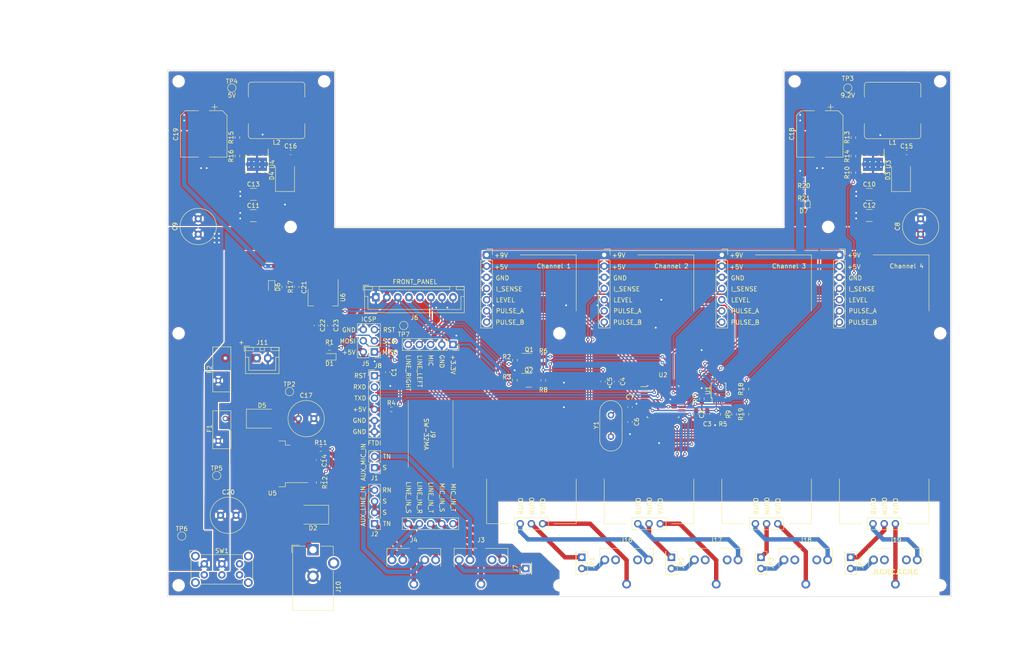
<source format=kicad_pcb>
(kicad_pcb (version 20211014) (generator pcbnew)
  (title_block (title "SW-3240") (date "2022-02-05") (rev "1") (company "saawsm"))
  (layers (0 "F.Cu" signal) (31 "B.Cu" signal) (34 "B.Paste" user) (35 "F.Paste" user) (36 "B.SilkS" user "B.Silkscreen") (37 "F.SilkS" user "F.Silkscreen") (38 "B.Mask" user) (39 "F.Mask" user) (44 "Edge.Cuts" user))
  (net 0 "")
  (net 1 "GND")
  (net 2 "+12V")
  (net 3 "Net-(C1-Pad2)")
  (net 4 "+5V")
  (net 5 "+9V")
  (net 6 "/PSU/VIN")
  (net 7 "Net-(J3-PadR)")
  (net 8 "/TXD")
  (net 9 "/RXD")
  (net 10 "/SCL")
  (net 11 "/SDA")
  (net 12 "/CH_PSU_EN")
  (net 13 "/VBAT_SENSE")
  (net 14 "/PSU/VBAT")
  (net 15 "Net-(D7-Pad2)")
  (net 16 "+3V3")
  (net 17 "Net-(C6-Pad1)")
  (net 18 "/DAC_SCL")
  (net 19 "/DAC_SDA")
  (net 20 "Net-(C7-Pad1)")
  (net 21 "/MIC")
  (net 22 "/LINE_LEFT")
  (net 23 "/LINE_RIGHT")
  (net 24 "/CHA_LEVEL")
  (net 25 "/CHB_LEVEL")
  (net 26 "/CHC_LEVEL")
  (net 27 "/CHD_LEVEL")
  (net 28 "/CHD_I_SENSE")
  (net 29 "/CHC_I_SENSE")
  (net 30 "/CHB_I_SENSE")
  (net 31 "/CHA_I_SENSE")
  (net 32 "/CHC_PULSE_B")
  (net 33 "/CHA_PULSE_B")
  (net 34 "/CHD_PULSE_B")
  (net 35 "/CHA_PULSE_A")
  (net 36 "/CHD_PULSE_A")
  (net 37 "/CHB_PULSE_B")
  (net 38 "/CHB_PULSE_A")
  (net 39 "/CHC_PULSE_A")
  (net 40 "Net-(J1-Pad1)")
  (net 41 "Net-(J1-Pad2)")
  (net 42 "Net-(J2-Pad1)")
  (net 43 "Net-(J2-Pad4)")
  (net 45 "Net-(C17-Pad1)")
  (net 46 "/RESET")
  (net 47 "Net-(D6-Pad2)")
  (net 48 "Net-(J2-Pad2)")
  (net 49 "Net-(J3-PadT)")
  (net 50 "Net-(J4-PadR)")
  (net 51 "Net-(J14-Pad8)")
  (net 52 "Net-(J14-Pad9)")
  (net 53 "Net-(J14-Pad10)")
  (net 54 "Net-(J15-Pad8)")
  (net 55 "Net-(J15-Pad9)")
  (net 56 "Net-(J15-Pad10)")
  (net 57 "Net-(J4-PadT)")
  (net 58 "Net-(J12-Pad8)")
  (net 59 "Net-(J12-Pad9)")
  (net 60 "Net-(J12-Pad10)")
  (net 61 "Net-(J13-Pad8)")
  (net 62 "Net-(J13-Pad9)")
  (net 63 "Net-(J18-PadR)")
  (net 66 "Net-(J19-PadR)")
  (net 69 "Net-(J13-Pad10)")
  (net 70 "Net-(J16-PadR)")
  (net 73 "Net-(J17-PadR)")
  (net 75 "Net-(C14-Pad1)")
  (net 77 "Net-(R11-Pad2)")
  (net 78 "Net-(R15-Pad1)")
  (net 83 "/MISO")
  (net 84 "/SCK")
  (net 85 "/MOSI")
  (net 86 "Net-(D1-Pad2)")
  (net 92 "/SCL_3V3")
  (net 93 "/SDA_3V3")
  (net 94 "Net-(D5-Pad1)")
  (net 96 "Net-(R9-Pad2)")
  (net 98 "Net-(R13-Pad1)")
  (net 100 "Net-(C16-Pad1)")
  (net 101 "Net-(C16-Pad2)")
  (net 102 "Net-(C20-Pad1)")
  (net 103 "Net-(R20-Pad1)")
  (net 104 "Net-(C15-Pad1)")
  (net 105 "Net-(C15-Pad2)")
  (footprint "Resistor_SMD:R_0603_1608Metric" (layer "F.Cu") (at 92.544146 79.648193 90)
    (fp_text reference "R17")
    (fp_text value "1K")
  )
  (footprint "Connector_PinHeader_2.54mm:PinHeader_2x03_P2.54mm_Vertical" (layer "F.Cu") (at 113 94.4 180)
    (fp_text reference "J5")
    (fp_text value "ICSP")
  )
  (footprint "Resistor_SMD:R_0603_1608Metric" (layer "F.Cu") (at 192.024 108.521 90)
    (fp_text reference "R5")
    (fp_text value "4.7K")
  )
  (footprint "Capacitor_SMD:C_0603_1608Metric" (layer "F.Cu") (at 170.942 106.921 90)
    (fp_text reference "C7")
    (fp_text value "22pF")
  )
  (footprint "SaawLib:SW-32MO_Socket" (layer "F.Cu") (at 175.26 102.87 -90)
    (fp_text reference "J13")
    (fp_text value "Channel 2")
  )
  (footprint "Capacitor_SMD:C_0603_1608Metric" (layer "F.Cu") (at 164.846 101.092 -90)
    (fp_text reference "C5")
    (fp_text value "100nF")
  )
  (footprint "TestPoint:TestPoint_Pad_D1.5mm" (layer "F.Cu") (at 69.2912 136.144)
    (fp_text reference "TP6")
    (fp_text value "12V")
  )
  (footprint "SaawLib:SW-32MO_Socket" (layer "F.Cu") (at 148.59 102.87 -90)
    (fp_text reference "J12")
    (fp_text value "Channel 1")
  )
  (footprint "Capacitor_SMD:C_1210_3225Metric" (layer "F.Cu") (at 85.52 58.657097)
    (fp_text reference "C13")
    (fp_text value "10uF")
  )
  (footprint "Capacitor_SMD:C_0603_1608Metric" (layer "F.Cu") (at 99.822 88.392 -90)
    (fp_text reference "C22")
    (fp_text value "10uF")
  )
  (footprint "Resistor_SMD:R_0603_1608Metric" (layer "F.Cu") (at 197.358 102.807 -90)
    (fp_text reference "R18")
    (fp_text value "10K")
  )
  (footprint "LED_SMD:LED_0603_1608Metric" (layer "F.Cu") (at 210.3375 60.96 180)
    (fp_text reference "D7")
    (fp_text value "BLUE")
  )
  (footprint "Capacitor_SMD:C_0603_1608Metric" (layer "F.Cu") (at 100.288066 118.859045 -90)
    (fp_text reference "C14")
    (fp_text value "470nF")
  )
  (footprint "MountingHole:MountingHole_2.2mm_M2" (layer "F.Cu") (at 241.3 33.02)
    (fp_text reference "H2" hide)
    (fp_text value "MountingHole" hide)
  )
  (footprint "Capacitor_THT:C_Radial_D8.0mm_H11.5mm_P3.50mm" (layer "F.Cu") (at 73.025 67.691 90)
    (fp_text reference "C9")
    (fp_text value "100uF")
  )
  (footprint "LED_SMD:LED_0603_1608Metric" (layer "F.Cu") (at 102.807 95.504 180)
    (fp_text reference "D1")
    (fp_text value "LED")
  )
  (footprint "SaawLib:SW-32MO_Socket" (layer "F.Cu") (at 228.6 102.87 -90)
    (fp_text reference "J15")
    (fp_text value "Channel 4")
  )
  (footprint "Inductor_SMD:L_Bourns_SRR1260" (layer "F.Cu") (at 90.805 39.607097 180)
    (fp_text reference "L2")
    (fp_text value "15uH")
  )
  (footprint "SaawLib:STX-3100-5N" (layer "F.Cu") (at 210.82 146.05)
    (fp_text reference "J18")
    (fp_text value "CH_3")
  )
  (footprint "Diode_SMD:D_SMB" (layer "F.Cu") (at 232.41 54.474 90)
    (fp_text reference "D3")
    (fp_text value "SSB44-E3")
  )
  (footprint "Capacitor_SMD:CP_Elec_10x7.9" (layer "F.Cu") (at 213.995 44.959 -90)
    (fp_text reference "C18")
    (fp_text value "180uF")
  )
  (footprint "Capacitor_SMD:C_0603_1608Metric" (layer "F.Cu") (at 93.98 49.132097)
    (fp_text reference "C16")
    (fp_text value "10nF")
  )
  (footprint "Button_Switch_THT:SW_E-Switch_EG2219_DPDT_Angled" (layer "F.Cu") (at 74.39 142.45)
    (fp_text reference "SW1")
    (fp_text value "PWR_SW")
  )
  (footprint "Resistor_SMD:R_0603_1608Metric" (layer "F.Cu") (at 144.882 96.266 -90)
    (fp_text reference "R2")
    (fp_text value "4.7K")
  )
  (footprint "TestPoint:TestPoint_Pad_D1.5mm" (layer "F.Cu") (at 119.634 88.392)
    (fp_text reference "TP7")
    (fp_text value "3.3V")
  )
  (footprint "SaawLib:STX-3100-5N" (layer "F.Cu") (at 190.5 146.05)
    (fp_text reference "J17")
    (fp_text value "CH_2")
  )
  (footprint "Resistor_SMD:R_0603_1608Metric" (layer "F.Cu") (at 100.838 116.391759)
    (fp_text reference "R11")
    (fp_text value "10K")
  )
  (footprint "Resistor_SMD:R_0603_1608Metric" (layer "F.Cu") (at 81.915 49.957097 90)
    (fp_text reference "R16")
    (fp_text value "3.24K")
  )
  (footprint "Package_TO_SOT_SMD:SOT-23" (layer "F.Cu") (at 148.082 96.266)
    (fp_text reference "Q1")
    (fp_text value "BSS138")
  )
  (footprint "MountingHole:MountingHole_2.2mm_M2" (layer "F.Cu") (at 215.9 66.04)
    (fp_text reference "H6" hide)
    (fp_text value "MountingHole" hide)
  )
  (footprint "Connector_PinHeader_2.54mm:PinHeader_1x01_P2.54mm_Vertical" (layer "F.Cu") (at 147.32 143.51 90)
    (fp_text reference "J7")
    (fp_text value "MIC_IN_R")
  )
  (footprint "MountingHole:MountingHole_2.2mm_M2" (layer "F.Cu") (at 101.6 33.02)
    (fp_text reference "H8" hide)
    (fp_text value "MountingHole" hide)
  )
  (footprint "Capacitor_SMD:C_1210_3225Metric" (layer "F.Cu") (at 225.22 58.674)
    (fp_text reference "C10")
    (fp_text value "10uF")
  )
  (footprint "Package_SO:TI_SO-PowerPAD-8_ThermalVias" (layer "F.Cu") (at 86.36 51.832097 -90)
    (fp_text reference "U4")
    (fp_text value "TPS5430DDA")
  )
  (footprint "Package_SO:MSOP-10_3x3mm_P0.5mm" (layer "F.Cu") (at 191.008 103.124 90)
    (fp_text reference "U1")
    (fp_text value "MCP4728")
  )
  (footprint "Resistor_SMD:R_0603_1608Metric" (layer "F.Cu") (at 187.241599 104.994098 90)
    (fp_text reference "R7")
    (fp_text value "4.7K")
  )
  (footprint "Capacitor_SMD:C_0603_1608Metric" (layer "F.Cu") (at 116 99 -90)
    (fp_text reference "C1")
    (fp_text value "100nF")
  )
  (footprint "LED_SMD:LED_0603_1608Metric" (layer "F.Cu") (at 89.673961 79.678771 -90)
    (fp_text reference "D6")
    (fp_text value "GREEN")
  )
  (footprint "TestPoint:TestPoint_Pad_D1.5mm" (layer "F.Cu") (at 93.726 103.378)
    (fp_text reference "TP2")
    (fp_text value "14V")
  )
  (footprint "Resistor_SMD:R_0603_1608Metric" (layer "F.Cu") (at 144.8195 100.816 -90)
    (fp_text reference "R3")
    (fp_text value "4.7K")
  )
  (footprint "MountingHole:MountingHole_2.2mm_M2" (layer "F.Cu") (at 68.58 147.32)
    (fp_text reference "H3" hide)
    (fp_text value "MountingHole" hide)
  )
  (footprint "Fuse:Fuse_BelFuse_0ZRE0005FF_L8.3mm_W3.8mm" (layer "F.Cu") (at 79.175 109.484231 -90)
    (fp_text reference "F1")
    (fp_text value "1A")
  )
  (footprint "TestPoint:TestPoint_Pad_D1.5mm" (layer "F.Cu") (at 80.645 34.527097 -90)
    (fp_text reference "TP4")
    (fp_text value "5V")
  )
  (footprint "SaawLib:STX-3100-5N" (layer "F.Cu") (at 121.92 146.05)
    (fp_text reference "J4")
    (fp_text value "LINE IN")
  )
  (footprint "Resistor_SMD:R_0603_1608Metric" (layer "F.Cu") (at 194.564 108.521 90)
    (fp_text reference "R9")
    (fp_text value "10K")
  )
  (footprint "Crystal:Crystal_HC49-4H_Vertical" (layer "F.Cu") (at 166.624 108.712 -90)
    (fp_text reference "Y1")
    (fp_text value "16MHz")
  )
  (footprint "Connector_JST:JST_XH_B8B-XH-A_1x08_P2.50mm_Vertical" (layer "F.Cu") (at 113.31 81.999737)
    (fp_text reference "J6")
    (fp_text value "FP_IO")
  )
  (footprint "Fuse:Fuse_BelFuse_0ZRE0016FF_L9.9mm_W3.8mm" (layer "F.Cu") (at 77.575 100.9 90)
    (fp_text reference "F2")
    (fp_text value "4A")
  )
  (footprint "Resistor_SMD:R_0603_1608Metric" (layer "F.Cu") (at 151.290334 100.821678 -90)
    (fp_text reference "R8")
    (fp_text value "4.7K")
  )
  (footprint "Inductor_SMD:L_Bourns_SRR1260" (layer "F.Cu") (at 230.505 39.624 180)
    (fp_text reference "L1")
    (fp_text value "15uH")
  )
  (footprint "Capacitor_SMD:C_0603_1608Metric" (layer "F.Cu") (at 188.468 108.471 -90)
    (fp_text reference "C3")
    (fp_text value "100nF")
  )
  (footprint "Capacitor_SMD:C_0603_1608Metric" (layer "F.Cu") (at 233.68 49.149)
    (fp_text reference "C15")
    (fp_text value "10nF")
  )
  (footprint "Resistor_SMD:R_0603_1608Metric" (layer "F.Cu") (at 221.615 53.724 90)
    (fp_text reference "R10")
    (fp_text value "100K")
  )
  (footprint "Connector_JST:JST_XH_B2B-XH-A_1x02_P2.50mm_Vertical" (layer "F.Cu") (at 86.3 95.8)
    (fp_text reference "J11")
    (fp_text value "BAT")
  )
  (footprint "Resistor_SMD:R_0603_1608Metric" (layer "F.Cu") (at 197.358 108.521 -90)
    (fp_text reference "R19")
    (fp_text value "4.7K")
  )
  (footprint "MountingHole:MountingHole_2.2mm_M2" (layer "F.Cu") (at 68.58 90.17)
    (fp_text reference "H12" hide)
    (fp_text value "MountingHole" hide)
  )
  (footprint "Capacitor_SMD:C_1210_3225Metric" (layer "F.Cu") (at 225.22 63.439)
    (fp_text reference "C12")
    (fp_text value "10uF")
  )
  (footprint "Capacitor_THT:C_Radial_D8.0mm_H11.5mm_P3.50mm" (layer "F.Cu") (at 95.748604 109.512317)
    (fp_text reference "C17")
    (fp_text value "100uF")
  )
  (footprint "SaawLib:STX-3100-5N" (layer "F.Cu") (at 231.14 146.05)
    (fp_text reference "J19")
    (fp_text value "CH_4")
  )
  (footprint "Package_QFP:TQFP-32_7x7mm_P0.8mm" (layer "F.Cu") (at 178.435 105.664)
    (fp_text reference "U2")
    (fp_text value "ATmega328PB-AU")
  )
  (footprint "MountingHole:MountingHole_2.2mm_M2" (layer "F.Cu") (at 208.28 33.02)
    (fp_text reference "H9" hide)
    (fp_text value "MountingHole" hide)
  )
  (footprint "MountingHole:MountingHole_2.2mm_M2" (layer "F.Cu") (at 154.94 147.32)
    (fp_text reference "H7" hide)
    (fp_text value "MountingHole" hide)
  )
  (footprint "Package_SO:TI_SO-PowerPAD-8_ThermalVias" (layer "F.Cu") (at 226.06 51.849 -90)
    (fp_text reference "U3")
    (fp_text value "TPS5430DDA")
  )
  (footprint "Capacitor_SMD:C_0603_1608Metric" (layer "F.Cu") (at 95.369085 79.623551 -90)
    (fp_text reference "C21")
    (fp_text value "10uF")
  )
  (footprint "MountingHole:MountingHole_2.2mm_M2" (layer "F.Cu") (at 93.98 66.04)
    (fp_text reference "H4" hide)
    (fp_text value "MountingHole" hide)
  )
  (footprint "SaawLib:SW-32MA_Socket" (layer "F.Cu") (at 125.73 113.025 -90)
    (fp_text reference "J9")
    (fp_text value "SW-32MA")
  )
  (footprint "MountingHole:MountingHole_2.2mm_M2" (layer "F.Cu") (at 241.3 147.32)
    (fp_text reference "H1" hide)
    (fp_text value "MountingHole" hide)
  )
  (footprint "Resistor_SMD:R_0603_1608Metric" (layer "F.Cu") (at 221.615 49.974 90)
    (fp_text reference "R14")
    (fp_text value "1.5K")
  )
  (footprint "Connector_PinHeader_2.54mm:PinHeader_1x02_P2.54mm_Vertical" (layer "F.Cu") (at 113.03 120.65 180)
    (fp_text reference "J1")
    (fp_text value "AUX_MIC_IN")
  )
  (footprint "SaawLib:BarrelJack_CUI_PJ-102AH_Horizontal" (layer "F.Cu") (at 99.06 139.25)
    (fp_text reference "J10")
    (fp_text value "PWR")
  )
  (footprint "Capacitor_SMD:C_1210_3225Metric" (layer "F.Cu") (at 85.52 63.5)
    (fp_text reference "C11")
    (fp_text value "10uF")
  )
  (footprint "Capacitor_SMD:C_0603_1608Metric" (layer "F.Cu") (at 185.928 108.471 -90)
    (fp_text reference "C2")
    (fp_text value "10uF")
  )
  (footprint "Resistor_SMD:R_0603_1608Metric" (layer "F.Cu") (at 100.33 124.017308 -90)
    (fp_text reference "R12")
    (fp_text value "1K")
  )
  (footprint "Resistor_SMD:R_0603_1608Metric" (layer "F.Cu") (at 81.915 45.767097 90)
    (fp_text reference "R15")
    (fp_text value "10K")
  )
  (footprint "Connector_PinHeader_2.54mm:PinHeader_2x01_P2.54mm_Vertical" (layer "F.Cu") (at 220.98 140.97 -90)
    (fp_text reference "JP4")
    (fp_text value "JP4")
  )
  (footprint "Capacitor_SMD:C_0603_1608Metric" (layer "F.Cu") (at 170.942 110.249 -90)
    (fp_text reference "C6")
    (fp_text value "22pF")
  )
  (footprint "Capacitor_THT:C_Radial_D8.0mm_H11.5mm_P3.50mm" (layer "F.Cu") (at 236.855 67.691 90)
    (fp_text reference "C8")
    (fp_text value "100uF")
  )
  (footprint "Capacitor_THT:C_Radial_D8.0mm_H11.5mm_P3.50mm" (layer "F.Cu") (at 78.105 131.445)
    (fp_text reference "C20")
    (fp_text value "330uF")
  )
  (footprint "Resistor_SMD:R_0603_1608Metric" (layer "F.Cu") (at 116.825 107.4)
    (fp_text reference "R4")
    (fp_text value "10K")
  )
  (footprint "Connector_PinHeader_2.54mm:PinHeader_2x01_P2.54mm_Vertical" (layer "F.Cu") (at 180.34 140.97 -90)
    (fp_text reference "JP2")
    (fp_text value "JP2")
  )
  (footprint "Resistor_SMD:R_0603_1608Metric" (layer "F.Cu") (at 210.375 58.0825)
    (fp_text reference "R21")
    (fp_text value "1K")
  )
  (footprint "Connector_PinHeader_2.54mm:PinHeader_1x06_P2.54mm_Vertical" (layer "F.Cu") (at 113 99.8)
    (fp_text reference "J8")
    (fp_text value "FTDI")
  )
  (footprint "Capacitor_SMD:CP_Elec_10x12.6" (layer "F.Cu") (at 74.295 44.942097 -90)
    (fp_text reference "C19")
    (fp_text value "330uF")
  )
  (footprint "TestPoint:TestPoint_Pad_D1.5mm" (layer "F.Cu") (at 220.345 34.544 -90)
    (fp_text reference "TP3")
    (fp_text value "9.2V")
  )
  (footprint "Diode_SMD:D_SMB" (layer "F.Cu") (at 87.502034 109.519773)
    (fp_text reference "D5")
    (fp_text value "SSB44-E3")
  )
  (footprint "Package_TO_SOT_SMD:SOT-223-3_TabPin2" (layer "F.Cu") (at 101.346 82.042 -90)
    (fp_text reference "U6")
    (fp_text value "NCP1117-3.3")
  )
  (footprint "Capacitor_SMD:C_0603_1608Metric" (layer "F.Cu") (at 167.894 101.092 -90)
    (fp_text reference "C4")
    (fp_text value "10uF")
  )
  (footprint "MountingHole:MountingHole_2.2mm_M2" (layer "F.Cu") (at 154.94 90.17)
    (fp_text reference "H11" hide)
    (fp_text value "MountingHole" hide)
  )
  (footprint "Resistor_SMD:R_0603_1608Metric" (layer "F.Cu") (at 151.282 96.266 90)
    (fp_text reference "R6")
    (fp_text value "4.7K")
  )
  (footprint "Diode_SMD:D_SMB" (layer "F.Cu") (at 99.06 131.318 180)
    (fp_text reference "D2")
    (fp_text value "SSB44-E3")
  )
  (footprint "TestPoint:TestPoint_Pad_D1.5mm" (layer "F.Cu") (at 77.216 122.428)
    (fp_text reference "TP5")
    (fp_text value "VBAT")
  )
  (footprint "Resistor_SMD:R_0603_1608Metric" (layer "F.Cu") (at 102.807 93.472 180)
    (fp_text reference "R1")
    (fp_text value "1K")
  )
  (footprint "Package_TO_SOT_SMD:TO-263-5_TabPin3" (layer "F.Cu") (at 89.85 119.78 180)
    (fp_text reference "U5")
    (fp_text value "LM2941")
  )
  (footprint "Diode_SMD:D_SMB" (layer "F.Cu") (at 92.71 54.457097 90)
    (fp_text reference "D4")
    (fp_text value "SSB44-E3")
  )
  (footprint "Resistor_SMD:R_0603_1608Metric" (layer "F.Cu") (at 210.375 55.245 180)
    (fp_text reference "R20")
    (fp_text value "1K")
  )
  (footprint "SaawLib:SW-32MO_Socket" (layer "F.Cu") (at 201.93 102.87 -90)
    (fp_text reference "J14")
    (fp_text value "Channel 3")
  )
  (footprint "Package_TO_SOT_SMD:SOT-23" (layer "F.Cu") (at 148.0195 100.816)
    (fp_text reference "Q2")
    (fp_text value "BSS138")
  )
  (footprint "MountingHole:MountingHole_2.2mm_M2" (layer "F.Cu") (at 68.58 33.02)
    (fp_text reference "H5" hide)
    (fp_text value "MountingHole" hide)
  )
  (footprint "Resistor_SMD:R_0603_1608Metric" (layer "F.Cu") (at 221.615 45.784 90)
    (fp_text reference "R13")
    (fp_text value "10K")
  )
  (footprint "Connector_PinHeader_2.54mm:PinHeader_1x04_P2.54mm_Vertical" (layer "F.Cu") (at 113.03 133.35 180)
    (fp_text reference "J2")
    (fp_text value "AUX_LINE_IN")
  )
  (footprint "SaawLib:STX-3100-5N" (layer "F.Cu") (at 170.18 146.05)
    (fp_text reference "J16")
    (fp_text value "CH_1")
  )
  (footprint "MountingHole:MountingHole_2.2mm_M2" (layer "F.Cu") (at 241.3 90.17)
    (fp_text reference "H10" hide)
    (fp_text value "MountingHole" hide)
  )
  (footprint "SaawLib:STX-3100-5N" (layer "F.Cu") (at 137.16 146.05)
    (fp_text reference "J3")
    (fp_text value "MIC")
  )
  (footprint "Connector_PinHeader_2.54mm:PinHeader_2x01_P2.54mm_Vertical" (layer "F.Cu") (at 200.66 140.97 -90)
    (fp_text reference "JP3")
    (fp_text value "JP3")
  )
  (footprint "Capacitor_SMD:C_0603_1608Metric" (layer "F.Cu") (at 102.87 88.392 -90)
    (fp_text reference "C23")
    (fp_text value "100nF")
  )
  (footprint "Connector_PinHeader_2.54mm:PinHeader_2x01_P2.54mm_Vertical" (layer "F.Cu") (at 160.02 140.97 -90)
    (fp_text reference "JP1")
    (fp_text value "JP1")
  )
  (gr_line (start 243.84 149.86) (end 243.84 30.48) (layer "Edge.Cuts") (width 0.1))
  (gr_line (start 104.14 30.48) (end 104.14 66.04) (layer "Edge.Cuts") (width 0.1))
  (gr_line (start 66.04 149.86) (end 243.84 149.86) (layer "Edge.Cuts") (width 0.1))
  (gr_line (start 205.74 30.48) (end 205.74 66.04) (layer "Edge.Cuts") (width 0.1))
  (gr_line (start 243.84 30.48) (end 205.74 30.48) (layer "Edge.Cuts") (width 0.1))
  (gr_line locked (start 104.14 30.48) (end 66.04 30.48) (layer "Edge.Cuts") (width 0.1))
  (gr_line locked (start 66.04 30.48) (end 66.04 149.86) (layer "Edge.Cuts") (width 0.1))
  (gr_line (start 205.74 66.04) (end 104.14 66.04) (layer "Edge.Cuts") (width 0.1))
  (gr_text "JLCJLCJLCJLC" (at 231.14 144.272) (layer "F.SilkS") (effects (font (size 1 1) (thickness 0.25))))
  (segment (start 103.315 95.4665) (end 103.3525 95.504) (width 0.3) (layer "F.Cu") (net 1))
  (segment locked (start 95.625 121.48) (end 95.625 119.78) (width 1) (layer "F.Cu") (net 1))
  (segment locked (start 95.625 119.78) (end 86.475 119.78) (width 1) (layer "F.Cu") (net 1))
  (via (at 222.238965 62.865) (size 0.8) (drill 0.4) (layers "F.Cu" "B.Cu") (net 1))
  (via (at 166.37 102.362) (size 0.8) (drill 0.4) (layers "F.Cu" "B.Cu") (net 1))
  (via (at 187.198 102.616) (size 0.8) (drill 0.4) (layers "F.Cu" "B.Cu") (net 1))
  (via locked (at 156.464 83.82) (size 0.8) (drill 0.4) (layers "F.Cu" "B.Cu") (net 1))
  (via locked (at 178.054 82.55) (size 0.8) (drill 0.4) (layers "F.Cu" "B.Cu") (net 1))
  (via (at 82.55 64.135) (size 0.8) (drill 0.4) (layers "F.Cu" "B.Cu") (net 1))
  (via (at 214.63 52.705) (size 0.8) (drill 0.4) (layers "F.Cu" "B.Cu") (net 1))
  (via (at 177.546 115.062) (size 0.8) (drill 0.4) (layers "F.Cu" "B.Cu") (net 1))
  (via (at 155.956 106.934) (size 0.8) (drill 0.4) (layers "F.Cu" "B.Cu") (net 1))
  (via locked (at 180.086 105.156) (size 0.8) (drill 0.4) (layers "F.Cu" "B.Cu") (net 1))
  (via (at 222.25 58.036065) (size 0.8) (drill 0.4) (layers "F.Cu" "B.Cu") (net 1))
  (via (at 73.66 52.705) (size 0.8) (drill 0.4) (layers "F.Cu" "B.Cu") (net 1))
  (via (at 82.55 62.865) (size 0.8) (drill 0.4) (layers "F.Cu" "B.Cu") (net 1))
  (via (at 190.246 110.998) (size 0.8) (drill 0.4) (layers "F.Cu" "B.Cu") (net 1))
  (via (at 131.572 90.678) (size 0.8) (drill 0.4) (layers "F.Cu" "B.Cu") (net 1))
  (via locked (at 139.954 83.82) (size 0.8) (drill 0.4) (layers "F.Cu" "B.Cu") (net 1))
  (via (at 222.238965 64.135) (size 0.8) (drill 0.4) (layers "F.Cu" "B.Cu") (net 1))
  (via (at 74.93 52.705) (size 0.8) (drill 0.4) (layers "F.Cu" "B.Cu") (net 1))
  (via (at 92.71 60.96) (size 0.8) (drill 0.4) (layers "F.Cu" "B.Cu") (net 1))
  (via (at 82.561035 59.055) (size 0.8) (drill 0.4) (layers "F.Cu" "B.Cu") (net 1))
  (via (at 129.54 84.328) (size 0.8) (drill 0.4) (layers "F.Cu" "B.Cu") (net 1))
  (via (at 227.711 45.212) (size 0.8) (drill 0.4) (layers "F.Cu" "B.Cu") (net 1))
  (via (at 213.36 52.705) (size 0.8) (drill 0.4) (layers "F.Cu" "B.Cu") (net 1))
  (via (at 172.417911 106.132361) (size 0.8) (drill 0.4) (layers "F.Cu" "B.Cu") (net 1))
  (via (at 170.942 113.03) (size 0.8) (drill 0.4) (layers "F.Cu" "B.Cu") (net 1))
  (via locked (at 144.78 98.552) (size 0.8) (drill 0.4) (layers "F.Cu" "B.Cu") (net 1))
  (via locked (at 116.586 102.108) (size 0.8) (drill 0.4) (layers "F.Cu" "B.Cu") (net 1))
  (via (at 222.25 59.055) (size 0.8) (drill 0.4) (layers "F.Cu" "B.Cu") (net 1))
  (via locked (at 187.198 93.98) (size 0.8) (drill 0.4) (layers "F.Cu" "B.Cu") (net 1))
  (via (at 82.561035 58.036065) (size 0.8) (drill 0.4) (layers "F.Cu" "B.Cu") (net 1))
  (via locked (at 163.576 83.82) (size 0.8) (drill 0.4) (layers "F.Cu" "B.Cu") (net 1))
  (via locked (at 113.03 96.52) (size 0.8) (drill 0.4) (layers "F.Cu" "B.Cu") (net 1))
  (via locked (at 176.784 88.9) (size 0.8) (drill 0.4) (layers "F.Cu" "B.Cu") (net 1))
  (via (at 87.63 45.085) (size 0.8) (drill 0.4) (layers "F.Cu" "B.Cu") (net 1))
  (via (at 155.956 101.346) (size 0.8) (drill 0.4) (layers "F.Cu" "B.Cu") (net 1))
  (via (at 127 84.328) (size 0.8) (drill 0.4) (layers "F.Cu" "B.Cu") (net 1))
  (segment (start 213.868 73.152) (end 213.868 70.946619) (width 0.3) (layer "F.Cu") (net 2))
  (segment (start 197.358 101.982) (end 197.358 100.584) (width 0.3) (layer "F.Cu") (net 2))
  (segment (start 213.868 73.152) (end 213.868 78.74) (width 0.3) (layer "F.Cu") (net 2))
  (segment (start 213.868 70.946619) (end 213.872627 70.941992) (width 0.3) (layer "F.Cu") (net 2))
  (via locked (at 76.724 69.58) (size 0.8) (drill 0.4) (layers "F.Cu" "B.Cu") (net 2))
  (via (at 213.868 78.74) (size 0.8) (drill 0.4) (layers "F.Cu" "B.Cu") (net 2))
  (via locked (at 77.724 67.58) (size 0.8) (drill 0.4) (layers "F.Cu" "B.Cu") (net 2))
  (via locked (at 76.724 67.58) (size 0.8) (drill 0.4) (layers "F.Cu" "B.Cu") (net 2))
  (via locked (at 77.724 69.58) (size 0.8) (drill 0.4) (layers "F.Cu" "B.Cu") (net 2))
  (via locked (at 76.724 68.58) (size 0.8) (drill 0.4) (layers "F.Cu" "B.Cu") (net 2))
  (via (at 197.358 100.584) (size 0.8) (drill 0.4) (layers "F.Cu" "B.Cu") (net 2))
  (via locked (at 77.724 68.58) (size 0.8) (drill 0.4) (layers "F.Cu" "B.Cu") (net 2))
  (segment (start 213.868 84.074) (end 213.868 78.74) (width 0.3) (layer "B.Cu") (net 2))
  (segment (start 197.358 100.584) (end 213.868 84.074) (width 0.3) (layer "B.Cu") (net 2))
  (segment locked (start 116 99.775) (end 115.975 99.8) (width 0.3) (layer "F.Cu") (net 3))
  (segment locked (start 115.975 99.8) (end 113 99.8) (width 0.3) (layer "F.Cu") (net 3))
  (segment (start 167.894 100.33) (end 172.828 105.264) (width 0.3) (layer "F.Cu") (net 4))
  (segment locked (start 188.41 107.664) (end 188.442 107.696) (width 0.2) (layer "F.Cu") (net 4))
  (segment locked (start 190.118 109.346) (end 188.468 107.696) (width 0.3) (layer "F.Cu") (net 4))
  (segment locked (start 151.282 99.988344) (end 151.290334 99.996678) (width 1) (layer "F.Cu") (net 4))
  (segment locked (start 187.736697 105.324) (end 190.008 105.324) (width 0.2) (layer "F.Cu") (net 4))
  (segment (start 95.369085 78.848551) (end 99.002551 78.848551) (width 1) (layer "F.Cu") (net 4))
  (segment (start 108.204 87.376) (end 108.204 92.202) (width 1) (layer "F.Cu") (net 4))
  (segment locked (start 187.241599 105.819098) (end 187.241599 107.651271) (width 0.3) (layer "F.Cu") (net 4))
  (segment locked (start 110.46 104.88) (end 110.46 94.4) (width 1) (layer "F.Cu") (net 4))
  (segment (start 99.06 74.93) (end 115.57 74.93) (width 1) (layer "F.Cu") (net 4))
  (segment locked (start 113.02 107.4) (end 113 107.42) (width 1) (layer "F.Cu") (net 4))
  (segment locked (start 113 107.42) (end 110.46 104.88) (width 1) (layer "F.Cu") (net 4))
  (segment (start 99.06 74.93) (end 88.265 74.93) (width 1) (layer "F.Cu") (net 4))
  (segment (start 92.569504 78.848551) (end 92.544146 78.823193) (width 1) (layer "F.Cu") (net 4))
  (segment (start 115.81 81.999737) (end 115.81 75.17) (width 1) (layer "F.Cu") (net 4))
  (segment (start 99.002551 78.848551) (end 99.046 78.892) (width 1) (layer "F.Cu") (net 4))
  (segment (start 99.046 74.944) (end 99.06 74.93) (width 1) (layer "F.Cu") (net 4))
  (segment (start 115.81 81.999737) (end 115.81 82.31) (width 1) (layer "F.Cu") (net 4))
  (segment locked (start 182.685 107.664) (end 187.254328 107.664) (width 0.3) (layer "F.Cu") (net 4))
  (segment locked (start 182.685 107.664) (end 177.621906 107.664) (width 0.3) (layer "F.Cu") (net 4))
  (segment (start 113.03 85.09) (end 110.49 85.09) (width 1) (layer "F.Cu") (net 4))
  (segment (start 81.915 44.942097) (end 72.336462 44.942097) (width 0.3) (layer "F.Cu") (net 4))
  (segment (start 164.846 98.453982) (end 164.846 100.317) (width 0.3) (layer "F.Cu") (net 4))
  (segment (start 115.57 74.93) (end 138.43 74.93) (width 1) (layer "F.Cu") (net 4))
  (segment locked (start 187.241599 107.651271) (end 187.254328 107.664) (width 0.3) (layer "F.Cu") (net 4))
  (segment (start 110.402 94.4) (end 110.46 94.4) (width 1) (layer "F.Cu") (net 4))
  (segment locked (start 192.024 109.346) (end 190.118 109.346) (width 0.3) (layer "F.Cu") (net 4))
  (segment (start 71.755 44.360635) (end 71.755 39.607097) (width 0.3) (layer "F.Cu") (net 4))
  (segment (start 99.046 78.892) (end 99.046 74.944) (width 1) (layer "F.Cu") (net 4))
  (segment (start 164.846 100.317) (end 167.894 100.317) (width 0.3) (layer "F.Cu") (net 4))
  (segment (start 108.204 92.202) (end 110.402 94.4) (width 1) (layer "F.Cu") (net 4))
  (segment locked (start 175.221906 105.264) (end 174.185 105.264) (width 0.3) (layer "F.Cu") (net 4))
  (segment locked (start 187.241599 105.819098) (end 187.736697 105.324) (width 0.2) (layer "F.Cu") (net 4))
  (segment locked (start 151.282 98.466) (end 151.282 99.988344) (width 0.3) (layer "F.Cu") (net 4))
  (segment (start 110.49 85.09) (end 108.204 87.376) (width 1) (layer "F.Cu") (net 4))
  (segment (start 95.369085 78.848551) (end 92.569504 78.848551) (width 1) (layer "F.Cu") (net 4))
  (segment locked (start 177.621906 107.664) (end 175.221906 105.264) (width 0.3) (layer "F.Cu") (net 4))
  (segment (start 72.336462 44.942097) (end 71.755 44.360635) (width 0.3) (layer "F.Cu") (net 4))
  (segment locked (start 151.282 97.091) (end 151.282 98.466) (width 0.3) (layer "F.Cu") (net 4))
  (segment (start 167.894 100.317) (end 167.894 100.33) (width 0.3) (layer "F.Cu") (net 4))
  (segment locked (start 174.185 105.264) (end 172.828 105.264) (width 0.3) (layer "F.Cu") (net 4))
  (segment locked (start 187.254328 107.664) (end 188.41 107.664) (width 0.3) (layer "F.Cu") (net 4))
  (segment (start 115.81 82.31) (end 113.03 85.09) (width 1) (layer "F.Cu") (net 4))
  (segment (start 115.81 75.17) (end 115.57 74.93) (width 1) (layer "F.Cu") (net 4))
  (segment locked (start 116 107.4) (end 113.02 107.4) (width 1) (layer "F.Cu") (net 4))
  (via (at 164.846 98.453982) (size 0.8) (drill 0.4) (layers "F.Cu" "B.Cu") (net 4))
  (via (at 89.535 74.93) (size 0.8) (drill 0.4) (layers "F.Cu" "B.Cu") (net 4))
  (via (at 88.265 74.93) (size 0.8) (drill 0.4) (layers "F.Cu" "B.Cu") (net 4))
  (via locked (at 151.282 98.466) (size 0.8) (drill 0.4) (layers "F.Cu" "B.Cu") (net 4))
  (via (at 69.85 41.91) (size 0.8) (drill 0.4) (layers "F.Cu" "B.Cu") (net 4))
  (via (at 69.85 40.64) (size 0.8) (drill 0.4) (layers "F.Cu" "B.Cu") (net 4))
  (segment (start 69.85 56.515) (end 88.265 74.93) (width 1) (layer "B.Cu") (net 4))
  (segment (start 159.27 74.93) (end 138.43 74.93) (width 1) (layer "B.Cu") (net 4))
  (segment locked (start 218.44 74.93) (end 188.468 74.93) (width 1) (layer "B.Cu") (net 4))
  (segment (start 151.282 98.466) (end 164.833982 98.466) (width 0.3) (layer "B.Cu") (net 4))
  (segment (start 164.833982 98.466) (end 164.846 98.453982) (width 0.3) (layer "B.Cu") (net 4))
  (segment locked (start 69.85 40.64) (end 69.85 41.91) (width 1) (layer "B.Cu") (net 4))
  (segment (start 89.535 74.93) (end 88.265 74.93) (width 1) (layer "B.Cu") (net 4))
  (segment locked (start 151.282226 98.483639) (end 151.282226 75.143639) (width 0.3) (layer "B.Cu") (net 4))
  (segment (start 188.468 74.93) (end 159.27 74.93) (width 1) (layer "B.Cu") (net 4))
  (segment locked (start 69.85 41.91) (end 69.85 56.515) (width 1) (layer "B.Cu") (net 4))
  (segment (start 211.965 44.959) (end 211.455 44.449) (width 0.3) (layer "F.Cu") (net 5))
  (segment (start 221.615 44.959) (end 211.965 44.959) (width 0.3) (layer "F.Cu") (net 5))
  (segment (start 209.55 55.245) (end 209.55 53.34) (width 0.3) (layer "F.Cu") (net 5))
  (segment (start 211.455 44.449) (end 211.455 39.624) (width 0.3) (layer "F.Cu") (net 5))
  (via (at 209.55 53.34) (size 0.8) (drill 0.4) (layers "F.Cu" "B.Cu") (net 5))
  (via (at 209.55 40.64) (size 0.8) (drill 0.4) (layers "F.Cu" "B.Cu") (net 5))
  (via (at 209.55 41.91) (size 0.8) (drill 0.4) (layers "F.Cu" "B.Cu") (net 5))
  (segment (start 209.55 40.64) (end 209.55 53.34) (width 2) (layer "B.Cu") (net 5))
  (segment (start 138.43 72.39) (end 209.55 72.39) (width 2) (layer "B.Cu") (net 5))
  (segment (start 209.55 72.39) (end 209.55 53.34) (width 2) (layer "B.Cu") (net 5))
  (segment (start 209.55 72.39) (end 218.44 72.39) (width 2) (layer "B.Cu") (net 5))
  (segment (start 96.91 137.1) (end 99.06 139.25) (width 1.5) (layer "F.Cu") (net 6))
  (segment (start 96.91 131.318) (end 96.91 137.1) (width 1.5) (layer "F.Cu") (net 6))
  (segment locked (start 132.21 142.878) (end 133.35 144.018) (width 1) (layer "B.Cu") (net 7))
  (segment locked (start 133.35 144.018) (end 145.288 144.018) (width 1) (layer "B.Cu") (net 7))
  (segment locked (start 132.21 141.55) (end 132.21 142.878) (width 1) (layer "B.Cu") (net 7))
  (segment locked (start 145.288 144.018) (end 145.796 143.51) (width 1) (layer "B.Cu") (net 7))
  (segment locked (start 145.796 143.51) (end 147.32 143.51) (width 1) (layer "B.Cu") (net 7))
  (segment locked (start 177.273851 104.322487) (end 177.211112 104.385226) (width 0.3) (layer "F.Cu") (net 8))
  (segment locked (start 177.235 101.414) (end 177.273851 101.452851) (width 0.3) (layer "F.Cu") (net 8))
  (segment locked (start 177.273851 101.452851) (end 177.273851 104.322487) (width 0.3) (layer "F.Cu") (net 8))
  (via locked (at 177.211112 104.385226) (size 0.8) (drill 0.4) (layers "F.Cu" "B.Cu") (net 8))
  (segment locked (start 113 104.88) (end 113.737691 104.142309) (width 0.3) (layer "B.Cu") (net 8))
  (segment locked (start 175.441673 104.142309) (end 175.811732 104.142309) (width 0.3) (layer "B.Cu") (net 8))
  (segment locked (start 175.811732 104.142309) (end 176.077315 104.407892) (width 0.3) (layer "B.Cu") (net 8))
  (segment locked (start 177.188446 104.407892) (end 177.211112 104.385226) (width 0.3) (layer "B.Cu") (net 8))
  (segment locked (start 176.077315 104.407892) (end 177.188446 104.407892) (width 0.3) (layer "B.Cu") (net 8))
  (segment locked (start 113.737691 104.142309) (end 175.441673 104.142309) (width 0.3) (layer "B.Cu") (net 8))
  (segment locked (start 176.435 101.414) (end 176.435 103.536236) (width 0.3) (layer "F.Cu") (net 9))
  (segment locked (start 176.435 103.536236) (end 176.42435 103.546886) (width 0.3) (layer "F.Cu") (net 9))
  (via locked (at 176.42435 103.546886) (size 0.8) (drill 0.4) (layers "F.Cu" "B.Cu") (net 9))
  (segment locked (start 114.201134 103.541134) (end 176.418598 103.541134) (width 0.3) (layer "B.Cu") (net 9))
  (segment locked (start 113 102.34) (end 114.201134 103.541134) (width 0.3) (layer "B.Cu") (net 9))
  (segment locked (start 176.418598 103.541134) (end 176.42435 103.546886) (width 0.3) (layer "B.Cu") (net 9))
  (segment locked (start 151.290334 101.646678) (end 151.262678 101.646678) (width 0.3) (layer "F.Cu") (net 10))
  (segment locked (start 152.835157 100.101855) (end 152.835157 97.152663) (width 0.3) (layer "F.Cu") (net 10))
  (segment locked (start 151.290334 101.646678) (end 152.835157 100.101855) (width 0.3) (layer "F.Cu") (net 10))
  (segment locked (start 150.432 100.816) (end 148.957 100.816) (width 0.3) (layer "F.Cu") (net 10))
  (segment locked (start 178.835 101.414) (end 178.835 97.334172) (width 0.3) (layer "F.Cu") (net 10))
  (segment locked (start 178.835 97.334172) (end 178.31838 96.817552) (width 0.3) (layer "F.Cu") (net 10))
  (segment locked (start 151.262678 101.646678) (end 150.432 100.816) (width 0.3) (layer "F.Cu") (net 10))
  (via locked (at 152.835157 97.152663) (size 0.8) (drill 0.4) (layers "F.Cu" "B.Cu") (net 10))
  (via locked (at 178.31838 96.817552) (size 0.8) (drill 0.4) (layers "F.Cu" "B.Cu") (net 10))
  (segment locked (start 177.595269 96.094441) (end 153.893379 96.094441) (width 0.3) (layer "B.Cu") (net 10))
  (segment locked (start 178.31838 96.817552) (end 177.595269 96.094441) (width 0.3) (layer "B.Cu") (net 10))
  (segment locked (start 153.893379 96.094441) (end 152.835157 97.152663) (width 0.3) (layer "B.Cu") (net 10))
  (segment locked (start 152.851423 95.441) (end 152.854572 95.444149) (width 0.3) (layer "F.Cu") (net 11))
  (segment locked (start 149.0195 96.266) (end 150.457 96.266) (width 0.3) (layer "F.Cu") (net 11))
  (segment locked (start 151.282 95.441) (end 152.851423 95.441) (width 0.3) (layer "F.Cu") (net 11))
  (segment locked (start 150.457 96.266) (end 151.282 95.441) (width 0.3) (layer "F.Cu") (net 11))
  (segment locked (start 179.635 96.831) (end 178.308 95.504) (width 0.3) (layer "F.Cu") (net 11))
  (segment locked (start 179.635 101.414) (end 179.635 96.831) (width 0.3) (layer "F.Cu") (net 11))
  (via locked (at 152.854572 95.444149) (size 0.8) (drill 0.4) (layers "F.Cu" "B.Cu") (net 11))
  (via locked (at 178.308 95.504) (size 0.8) (drill 0.4) (layers "F.Cu" "B.Cu") (net 11))
  (segment locked (start 178.248149 95.444149) (end 152.854572 95.444149) (width 0.3) (layer "B.Cu") (net 11))
  (segment locked (start 178.308 95.504) (end 178.248149 95.444149) (width 0.3) (layer "B.Cu") (net 11))
  (segment (start 215.970969 94.077181) (end 215.970969 85.273031) (width 0.3) (layer "F.Cu") (net 12))
  (segment (start 180.625319 112.338969) (end 197.709181 112.338969) (width 0.3) (layer "F.Cu") (net 12))
  (segment (start 179.635 109.914) (end 179.635 111.34865) (width 0.3) (layer "F.Cu") (net 12))
  (segment (start 220.726 83.82) (end 221.742 82.804) (width 0.3) (layer "F.Cu") (net 12))
  (segment (start 221.615 55.88) (end 221.615 54.549) (width 0.3) (layer "F.Cu") (net 12))
  (segment (start 217.424 83.82) (end 220.726 83.82) (width 0.3) (layer "F.Cu") (net 12))
  (segment (start 221.615 54.549) (end 224.155 54.549) (width 0.3) (layer "F.Cu") (net 12))
  (segment (start 215.970969 85.273031) (end 217.424 83.82) (width 0.3) (layer "F.Cu") (net 12))
  (segment (start 179.635 111.34865) (end 180.625319 112.338969) (width 0.3) (layer "F.Cu") (net 12))
  (segment (start 197.709181 112.338969) (end 215.970969 94.077181) (width 0.3) (layer "F.Cu") (net 12))
  (segment (start 221.742 82.804) (end 221.742 76.454) (width 0.3) (layer "F.Cu") (net 12))
  (via (at 221.615 55.88) (size 0.8) (drill 0.4) (layers "F.Cu" "B.Cu") (net 12))
  (via (at 221.742 76.454) (size 0.8) (drill 0.4) (layers "F.Cu" "B.Cu") (net 12))
  (segment (start 221.742 76.454) (end 221.742 69.342) (width 0.3) (layer "B.Cu") (net 12))
  (segment (start 221.742 69.342) (end 220.345 67.945) (width 0.3) (layer "B.Cu") (net 12))
  (segment (start 220.345 57.15) (end 221.615 55.88) (width 0.3) (layer "B.Cu") (net 12))
  (segment (start 220.345 67.945) (end 220.345 57.15) (width 0.3) (layer "B.Cu") (net 12))
  (segment (start 197.358 103.632) (end 197.358 105.664) (width 0.3) (layer "F.Cu") (net 13))
  (segment locked (start 182.685 106.864) (end 185.134318 106.864) (width 0.3) (layer "F.Cu") (net 13))
  (segment locked (start 185.134318 106.864) (end 185.784925 106.213393) (width 0.3) (layer "F.Cu") (net 13))
  (segment (start 197.358 107.696) (end 197.358 105.664) (width 0.3) (layer "F.Cu") (net 13))
  (via locked (at 185.784925 106.213393) (size 0.8) (drill 0.4) (layers "F.Cu" "B.Cu") (net 13))
  (via (at 197.358 105.664) (size 0.8) (drill 0.4) (layers "F.Cu" "B.Cu") (net 13))
  (segment (start 194.014607 106.213393) (end 194.564 105.664) (width 0.3) (layer "B.Cu") (net 13))
  (segment (start 194.564 105.664) (end 197.358 105.664) (width 0.3) (layer "B.Cu") (net 13))
  (segment locked (start 185.784925 106.213393) (end 194.014607 106.213393) (width 0.3) (layer "B.Cu") (net 13))
  (segment (start 86.3 95.8) (end 79.175 95.8) (width 2) (layer "F.Cu") (net 14))
  (segment (start 209.55 60.96) (end 209.55 58.0825) (width 0.3) (layer "F.Cu") (net 15))
  (segment (start 101.346 78.892) (end 101.346 85.192) (width 1) (layer "F.Cu") (net 16))
  (segment locked (start 147.082 99.866) (end 144.9445 99.866) (width 0.5) (layer "F.Cu") (net 16))
  (segment (start 101.359 87.617) (end 99.822 87.617) (width 0.3) (layer "F.Cu") (net 16))
  (segment (start 144.882 95.441) (end 142.557 95.441) (width 0.5) (layer "F.Cu") (net 16))
  (segment (start 102.87 87.617) (end 101.359 87.617) (width 0.3) (layer "F.Cu") (net 16))
  (segment (start 101.346 85.192) (end 105.054 85.192) (width 0.5) (layer "F.Cu") (net 16))
  (segment (start 144.8195 99.991) (end 141.901 99.991) (width 0.5) (layer "F.Cu") (net 16))
  (segment (start 141.901 99.991) (end 140.97 99.06) (width 0.5) (layer "F.Cu") (net 16))
  (segment (start 105.054 85.192) (end 106.322309 85.192) (width 0.5) (layer "F.Cu") (net 16))
  (segment (start 118.364 87.122) (end 118.364 82.053737) (width 0.3) (layer "F.Cu") (net 16))
  (segment locked (start 144.882 95.441) (end 147.0195 95.441) (width 0.5) (layer "F.Cu") (net 16))
  (segment (start 142.557 95.441) (end 140.97 97.028) (width 0.5) (layer "F.Cu") (net 16))
  (segment (start 118.364 82.053737) (end 118.31 81.999737) (width 0.3) (layer "F.Cu") (net 16))
  (segment (start 101.359 87.617) (end 101.346 87.604) (width 0.3) (layer "F.Cu") (net 16))
  (segment (start 140.97 97.028) (end 140.97 99.06) (width 0.5) (layer "F.Cu") (net 16))
  (segment locked (start 144.9445 99.866) (end 144.8195 99.991) (width 0.5) (layer "F.Cu") (net 16))
  (segment (start 119.634 88.392) (end 118.364 87.122) (width 0.3) (layer "F.Cu") (net 16))
  (segment (start 101.346 87.604) (end 101.346 85.192) (width 0.3) (layer "F.Cu") (net 16))
  (segment (start 106.322309 85.192) (end 106.325785 85.188524) (width 0.5) (layer "F.Cu") (net 16))
  (segment locked (start 147.0195 95.441) (end 147.1445 95.316) (width 0.5) (layer "F.Cu") (net 16))
  (via (at 140.97 99.06) (size 0.8) (drill 0.4) (layers "F.Cu" "B.Cu") (net 16))
  (via (at 106.325785 85.188524) (size 0.8) (drill 0.4) (layers "F.Cu" "B.Cu") (net 16))
  (segment (start 130.81 92.705) (end 134.615 92.705) (width 0.5) (layer "B.Cu") (net 16))
  (segment (start 128.353201 90.248201) (end 126.152515 90.248201) (width 0.5) (layer "B.Cu") (net 16))
  (segment (start 130.81 92.705) (end 128.353201 90.248201) (width 0.5) (layer "B.Cu") (net 16))
  (segment (start 106.325785 85.188524) (end 115.121213 85.188524) (width 0.5) (layer "B.Cu") (net 16))
  (segment locked (start 118.31 82.405686) (end 118.31 81.999737) (width 0.5) (layer "B.Cu") (net 16))
  (segment (start 115.121213 85.188524) (end 118.31 81.999737) (width 0.5) (layer "B.Cu") (net 16))
  (segment (start 134.615 92.705) (end 140.97 99.06) (width 0.5) (layer "B.Cu") (net 16))
  (segment (start 126.152515 90.248201) (end 118.31 82.405686) (width 0.5) (layer "B.Cu") (net 16))
  (segment (start 166.624 113.592) (end 166.624 112.268) (width 0.3) (layer "F.Cu") (net 17))
  (segment locked (start 171.952 108.464) (end 170.942 109.474) (width 0.3) (layer "F.Cu") (net 17))
  (segment (start 169.418 109.474) (end 170.942 109.474) (width 0.3) (layer "F.Cu") (net 17))
  (segment locked (start 174.185 108.464) (end 171.952 108.464) (width 0.3) (layer "F.Cu") (net 17))
  (segment (start 166.624 112.268) (end 169.418 109.474) (width 0.3) (layer "F.Cu") (net 17))
  (segment locked (start 192.024 107.696) (end 190.545541 107.696) (width 0.3) (layer "F.Cu") (net 18))
  (segment locked (start 190.545541 107.696) (end 190.526126 107.676585) (width 0.3) (layer "F.Cu") (net 18))
  (segment locked (start 190.508 107.658459) (end 190.526126 107.676585) (width 0.2) (layer "F.Cu") (net 18))
  (segment locked (start 175.249418 106.864) (end 176.062003 107.676585) (width 0.3) (layer "F.Cu") (net 18))
  (segment locked (start 174.185 106.864) (end 175.249418 106.864) (width 0.3) (layer "F.Cu") (net 18))
  (segment locked (start 190.508 105.324) (end 190.508 107.658459) (width 0.2) (layer "F.Cu") (net 18))
  (via locked (at 190.510618 107.677855) (size 0.8) (drill 0.4) (layers "F.Cu" "B.Cu") (net 18))
  (via locked (at 176.062003 107.676585) (size 0.8) (drill 0.4) (layers "F.Cu" "B.Cu") (net 18))
  (segment locked (start 190.526126 107.676585) (end 176.062003 107.676585) (width 0.3) (layer "B.Cu") (net 18))
  (segment locked (start 190.509851 107.69286) (end 190.526126 107.676585) (width 0.3) (layer "B.Cu") (net 18))
  (segment locked (start 190.797792 104.14) (end 191.008 104.350208) (width 0.2) (layer "F.Cu") (net 19))
  (segment locked (start 187.270697 104.14) (end 187.241599 104.169098) (width 0.2) (layer "F.Cu") (net 19))
  (segment locked (start 175.295578 104.464) (end 177.64082 106.809242) (width 0.3) (layer "F.Cu") (net 19))
  (segment locked (start 190.797792 104.14) (end 187.270697 104.14) (width 0.2) (layer "F.Cu") (net 19))
  (segment locked (start 174.185 104.464) (end 175.295578 104.464) (width 0.3) (layer "F.Cu") (net 19))
  (segment locked (start 191.008 104.350208) (end 191.008 105.324) (width 0.2) (layer "F.Cu") (net 19))
  (segment locked (start 185.779008 104.169098) (end 187.241599 104.169098) (width 0.3) (layer "F.Cu") (net 19))
  (segment locked (start 177.64082 106.809242) (end 179.650265 106.809242) (width 0.3) (layer "F.Cu") (net 19))
  (via locked (at 179.650265 106.809242) (size 0.8) (drill 0.4) (layers "F.Cu" "B.Cu") (net 19))
  (via locked (at 185.779008 104.169098) (size 0.8) (drill 0.4) (layers "F.Cu" "B.Cu") (net 19))
  (segment locked (start 183.138863 106.809242) (end 185.779008 104.169098) (width 0.3) (layer "B.Cu") (net 19))
  (segment locked (start 179.650265 106.809242) (end 183.138863 106.809242) (width 0.3) (layer "B.Cu") (net 19))
  (segment locked (start 170.942 107.696) (end 170.974 107.664) (width 0.3) (layer "F.Cu") (net 20))
  (segment (start 167.64 107.696) (end 170.942 107.696) (width 0.3) (layer "F.Cu") (net 20))
  (segment (start 166.624 108.712) (end 167.64 107.696) (width 0.3) (layer "F.Cu") (net 20))
  (segment locked (start 170.974 107.664) (end 174.185 107.664) (width 0.3) (layer "F.Cu") (net 20))
  (segment (start 125.73 92.705) (end 130.81 87.625) (width 0.3) (layer "F.Cu") (net 21))
  (segment (start 130.81 87.625) (end 130.81 81.999737) (width 0.3) (layer "F.Cu") (net 21))
  (segment (start 123.195 92.705) (end 123.19 92.705) (width 0.3) (layer "F.Cu") (net 22))
  (segment (start 128.31 87.59) (end 123.195 92.705) (width 0.3) (layer "F.Cu") (net 22))
  (segment (start 128.31 81.999737) (end 128.31 87.59) (width 0.3) (layer "F.Cu") (net 22))
  (segment (start 125.81 81.999737) (end 125.81 87.55) (width 0.3) (layer "F.Cu") (net 23))
  (segment (start 120.655 92.705) (end 120.65 92.705) (width 0.3) (layer "F.Cu") (net 23))
  (segment (start 125.81 87.55) (end 120.655 92.705) (width 0.3) (layer "F.Cu") (net 23))
  (segment (start 192.008 100.924) (end 193.21393 102.12993) (width 0.2) (layer "F.Cu") (net 24))
  (segment locked (start 194.396287 83.479921) (end 194.396287 91.919727) (width 0.3) (layer "F.Cu") (net 24))
  (segment locked (start 192.473803 81.286519) (end 194.396287 83.209003) (width 0.3) (layer "F.Cu") (net 24))
  (segment locked (start 194.396287 91.919727) (end 187.510014 98.806) (width 0.3) (layer "F.Cu") (net 24))
  (segment (start 193.21393 102.12993) (end 193.21393 103.906798) (width 0.2) (layer "F.Cu") (net 24))
  (segment locked (start 187.510014 98.806) (end 186.944 98.806) (width 0.3) (layer "F.Cu") (net 24))
  (segment locked (start 138.43 82.55) (end 139.693481 81.286519) (width 0.3) (layer "F.Cu") (net 24))
  (segment locked (start 139.693481 81.286519) (end 192.473803 81.286519) (width 0.3) (layer "F.Cu") (net 24))
  (segment locked (start 194.396287 83.209003) (end 194.396287 83.479921) (width 0.3) (layer "F.Cu") (net 24))
  (via locked (at 186.944 98.806) (size 0.8) (drill 0.4) (layers "F.Cu" "B.Cu") (net 24))
  (via (at 193.21393 103.906798) (size 0.8) (drill 0.4) (layers "F.Cu" "B.Cu") (net 24))
  (segment (start 190.754 103.886) (end 193.193132 103.886) (width 0.3) (layer "B.Cu") (net 24))
  (segment (start 193.193132 103.886) (end 193.21393 103.906798) (width 0.3) (layer "B.Cu") (net 24))
  (segment locked (start 186.944 98.806) (end 186.944 100.076) (width 0.3) (layer "B.Cu") (net 24))
  (segment locked (start 186.944 100.076) (end 190.754 103.886) (width 0.3) (layer "B.Cu") (net 24))
  (segment locked (start 187.96 97.028) (end 188.440178 97.028) (width 0.3) (layer "F.Cu") (net 25))
  (segment locked (start 188.440178 97.028) (end 188.694178 96.774) (width 0.3) (layer "F.Cu") (net 25))
  (segment locked (start 193.796777 85.155558) (end 193.796777 85.420411) (width 0.3) (layer "F.Cu") (net 25))
  (segment locked (start 193.796777 91.671401) (end 188.694178 96.774) (width 0.3) (layer "F.Cu") (net 25))
  (segment locked (start 191.516 101.6) (end 191.516 102.362) (width 0.2) (layer "F.Cu") (net 25))
  (segment locked (start 192.196366 83.82) (end 192.461219 83.82) (width 0.3) (layer "F.Cu") (net 25))
  (segment locked (start 192.461219 83.82) (end 193.796777 85.155558) (width 0.3) (layer "F.Cu") (net 25))
  (segment locked (start 166.37 83.82) (end 192.196366 83.82) (width 0.3) (layer "F.Cu") (net 25))
  (segment locked (start 165.1 82.55) (end 166.37 83.82) (width 0.3) (layer "F.Cu") (net 25))
  (segment locked (start 193.796777 85.420411) (end 193.796777 91.671401) (width 0.3) (layer "F.Cu") (net 25))
  (via locked (at 191.516 102.362) (size 0.8) (drill 0.4) (layers "F.Cu" "B.Cu") (net 25))
  (via locked (at 187.96 97.028) (size 0.8) (drill 0.4) (layers "F.Cu" "B.Cu") (net 25))
  (segment locked (start 191.516 102.342729) (end 191.516 102.362) (width 0.3) (layer "B.Cu") (net 25))
  (segment locked (start 187.96 97.028) (end 187.96 98.786729) (width 0.3) (layer "B.Cu") (net 25))
  (segment locked (start 187.96 98.786729) (end 191.516 102.342729) (width 0.3) (layer "B.Cu") (net 25))
  (segment locked (start 191.008 100.924) (end 191.008 98.552) (width 0.2) (layer "F.Cu") (net 26))
  (segment locked (start 191.008 98.552) (end 191.516 98.044) (width 0.2) (layer "F.Cu") (net 26))
  (via locked (at 191.516 98.044) (size 0.8) (drill 0.4) (layers "F.Cu" "B.Cu") (net 26))
  (segment locked (start 195.072 85.852) (end 195.072 94.488) (width 0.2) (layer "B.Cu") (net 26))
  (segment locked (start 195.072 94.488) (end 191.516 98.044) (width 0.2) (layer "B.Cu") (net 26))
  (segment locked (start 195.072 85.852) (end 191.77 82.55) (width 0.2) (layer "B.Cu") (net 26))
  (segment locked (start 190.508 100.924) (end 190.508 98.798) (width 0.2) (layer "F.Cu") (net 27))
  (segment locked (start 205.486 82.55) (end 190.508 97.528) (width 0.3) (layer "F.Cu") (net 27))
  (segment locked (start 218.44 82.55) (end 205.486 82.55) (width 0.3) (layer "F.Cu") (net 27))
  (segment locked (start 190.508 97.528) (end 190.508 98.798) (width 0.2) (layer "F.Cu") (net 27))
  (segment locked (start 182.685 102.864) (end 184.299864 102.864) (width 0.3) (layer "F.Cu") (net 28))
  (segment locked (start 205.215583 81.948281) (end 216.501719 81.948281) (width 0.3) (layer "F.Cu") (net 28))
  (segment locked (start 184.299864 102.864) (end 205.215583 81.948281) (width 0.3) (layer "F.Cu") (net 28))
  (segment locked (start 216.501719 81.948281) (end 218.44 80.01) (width 0.3) (layer "F.Cu") (net 28))
  (segment locked (start 180.800977 103.664) (end 180.794146 103.657169) (width 0.3) (layer "F.Cu") (net 29))
  (segment locked (start 182.685 103.664) (end 180.800977 103.664) (width 0.3) (layer "F.Cu") (net 29))
  (via locked (at 180.794146 103.657169) (size 0.8) (drill 0.4) (layers "F.Cu" "B.Cu") (net 29))
  (segment locked (start 191.77 80.01) (end 180.794146 90.985854) (width 0.3) (layer "B.Cu") (net 29))
  (segment locked (start 180.794146 90.985854) (end 180.794146 103.657169) (width 0.3) (layer "B.Cu") (net 29))
  (segment (start 176.435 111.432836) (end 169.799347 118.068489) (width 0.3) (layer "F.Cu") (net 30))
  (segment locked (start 161.393245 112.841081) (end 161.393245 91.590105) (width 0.3) (layer "F.Cu") (net 30))
  (segment (start 169.799347 118.068489) (end 163.519363 118.068489) (width 0.3) (layer "F.Cu") (net 30))
  (segment (start 161.393245 115.942371) (end 161.393245 112.841081) (width 0.3) (layer "F.Cu") (net 30))
  (segment (start 163.519363 118.068489) (end 161.393245 115.942371) (width 0.3) (layer "F.Cu") (net 30))
  (segment locked (start 176.435 109.914) (end 176.435 111.432836) (width 0.3) (layer "F.Cu") (net 30))
  (via locked (at 161.393245 91.590105) (size 0.8) (drill 0.4) (layers "F.Cu" "B.Cu") (net 30))
  (segment locked (start 161.393245 83.716755) (end 161.393245 91.590105) (width 0.3) (layer "B.Cu") (net 30))
  (segment locked (start 165.1 80.01) (end 161.393245 83.716755) (width 0.3) (layer "B.Cu") (net 30))
  (segment locked (start 177.235 109.914) (end 177.235 111.480672) (width 0.3) (layer "F.Cu") (net 31))
  (segment locked (start 136.525 101.325) (end 136.525 81.915) (width 0.3) (layer "F.Cu") (net 31))
  (segment (start 153.818 118.618) (end 151.399022 116.199022) (width 0.3) (layer "F.Cu") (net 31))
  (segment locked (start 177.235 111.480672) (end 172.51665 116.199022) (width 0.3) (layer "F.Cu") (net 31))
  (segment locked (start 136.525 81.915) (end 138.43 80.01) (width 0.3) (layer "F.Cu") (net 31))
  (segment (start 170.097672 118.618) (end 153.818 118.618) (width 0.3) (layer "F.Cu") (net 31))
  (segment (start 172.51665 116.199022) (end 170.097672 118.618) (width 0.3) (layer "F.Cu") (net 31))
  (segment locked (start 151.399022 116.199022) (end 136.525 101.325) (width 0.3) (layer "F.Cu") (net 31))
  (segment locked (start 191.77 87.63) (end 188.605625 87.63) (width 0.3) (layer "F.Cu") (net 32))
  (segment locked (start 188.605625 87.63) (end 181.235 95.000625) (width 0.3) (layer "F.Cu") (net 32))
  (segment locked (start 181.235 95.000625) (end 181.235 101.414) (width 0.3) (layer "F.Cu") (net 32))
  (segment locked (start 160.2 86.6) (end 139.46 86.6) (width 0.3) (layer "F.Cu") (net 33))
  (segment locked (start 174.185 103.664) (end 172.978872 103.664) (width 0.3) (layer "F.Cu") (net 33))
  (segment locked (start 172.2 98.6) (end 160.2 86.6) (width 0.3) (layer "F.Cu") (net 33))
  (segment locked (start 172.2 102.885128) (end 172.2 98.6) (width 0.3) (layer "F.Cu") (net 33))
  (segment locked (start 139.46 86.6) (end 138.43 87.63) (width 0.3) (layer "F.Cu") (net 33))
  (segment locked (start 172.978872 103.664) (end 172.2 102.885128) (width 0.3) (layer "F.Cu") (net 33))
  (segment locked (start 198.374 113.538) (end 217.17 94.742) (width 0.3) (layer "F.Cu") (net 34))
  (segment locked (start 179.374093 112.867511) (end 180.044582 113.538) (width 0.3) (layer "F.Cu") (net 34))
  (segment locked (start 217.17 88.9) (end 218.44 87.63) (width 0.3) (layer "F.Cu") (net 34))
  (segment locked (start 180.044582 113.538) (end 198.374 113.538) (width 0.3) (layer "F.Cu") (net 34))
  (segment locked (start 217.17 94.742) (end 217.17 88.9) (width 0.3) (layer "F.Cu") (net 34))
  (segment locked (start 178.035 111.528418) (end 179.374093 112.867511) (width 0.3) (layer "F.Cu") (net 34))
  (segment locked (start 178.035 109.914) (end 178.035 111.528418) (width 0.3) (layer "F.Cu") (net 34))
  (segment locked (start 160.447836 86) (end 174.185 99.737164) (width 0.3) (layer "F.Cu") (net 35))
  (segment locked (start 138.43 85.09) (end 139.34 86) (width 0.3) (layer "F.Cu") (net 35))
  (segment locked (start 139.34 86) (end 160.447836 86) (width 0.3) (layer "F.Cu") (net 35))
  (segment locked (start 174.185 99.737164) (end 174.185 102.864) (width 0.3) (layer "F.Cu") (net 35))
  (segment locked (start 197.957511 112.938489) (end 180.376989 112.938489) (width 0.3) (layer "F.Cu") (net 36))
  (segment locked (start 178.835 111.3965) (end 178.835 109.914) (width 0.3) (layer "F.Cu") (net 36))
  (segment locked (start 216.570489 94.325511) (end 197.957511 112.938489) (width 0.3) (layer "F.Cu") (net 36))
  (segment locked (start 180.376989 112.938489) (end 179.7065 112.268) (width 0.3) (layer "F.Cu") (net 36))
  (segment locked (start 216.570489 86.959511) (end 216.570489 94.325511) (width 0.3) (layer "F.Cu") (net 36))
  (segment locked (start 179.7065 112.268) (end 178.835 111.3965) (width 0.3) (layer "F.Cu") (net 36))
  (segment locked (start 218.44 85.09) (end 216.570489 86.959511) (width 0.3) (layer "F.Cu") (net 36))
  (segment locked (start 175.635 101.414) (end 175.635 100.235) (width 0.3) (layer "F.Cu") (net 37))
  (segment locked (start 165.1 89.7) (end 165.1 87.63) (width 0.3) (layer "F.Cu") (net 37))
  (segment locked (start 175.635 100.235) (end 165.1 89.7) (width 0.3) (layer "F.Cu") (net 37))
  (segment (start 175.635 111.385) (end 169.501022 117.518978) (width 0.3) (layer "F.Cu") (net 38))
  (segment (start 163.746978 117.518978) (end 161.992765 115.764765) (width 0.3) (layer "F.Cu") (net 38))
  (segment locked (start 175.635 109.914) (end 175.635 111.385) (width 0.3) (layer "F.Cu") (net 38))
  (segment (start 169.501022 117.518978) (end 163.746978 117.518978) (width 0.3) (layer "F.Cu") (net 38))
  (segment locked (start 161.992765 92.191976) (end 162.506572 91.678169) (width 0.3) (layer "F.Cu") (net 38))
  (segment locked (start 161.992765 112.592765) (end 161.992765 92.191976) (width 0.3) (layer "F.Cu") (net 38))
  (segment locked (start 162.506572 91.678169) (end 162.506572 91.580722) (width 0.3) (layer "F.Cu") (net 38))
  (segment (start 161.992765 115.764765) (end 161.992765 112.592765) (width 0.3) (layer "F.Cu") (net 38))
  (via locked (at 162.506572 91.580722) (size 0.8) (drill 0.4) (layers "F.Cu" "B.Cu") (net 38))
  (segment locked (start 161.992765 88.171251) (end 161.992765 90.988234) (width 0.3) (layer "B.Cu") (net 38))
  (segment locked (start 161.992765 90.988234) (end 162.506572 91.502041) (width 0.3) (layer "B.Cu") (net 38))
  (segment locked (start 162.506572 91.502041) (end 162.506572 91.580722) (width 0.3) (layer "B.Cu") (net 38))
  (segment locked (start 165.074016 85.09) (end 161.992765 88.171251) (width 0.3) (layer "B.Cu") (net 38))
  (segment locked (start 165.1 85.09) (end 165.074016 85.09) (width 0.3) (layer "B.Cu") (net 38))
  (segment locked (start 180.435 94.952789) (end 190.297789 85.09) (width 0.3) (layer "F.Cu") (net 39))
  (segment locked (start 180.435 101.414) (end 180.435 94.952789) (width 0.3) (layer "F.Cu") (net 39))
  (segment locked (start 190.297789 85.09) (end 191.77 85.09) (width 0.3) (layer "F.Cu") (net 39))
  (segment locked (start 115.575 120.65) (end 113.03 120.65) (width 1) (layer "F.Cu") (net 40))
  (segment locked (start 132.08 137.16) (end 128.27 133.35) (width 1) (layer "F.Cu") (net 40))
  (segment locked (start 134.112 137.16) (end 132.08 137.16) (width 1) (layer "F.Cu") (net 40))
  (segment locked (start 128.27 133.35) (end 128.27 133.345) (width 1) (layer "F.Cu") (net 40))
  (segment locked (start 128.27 133.345) (end 115.575 120.65) (width 1) (layer "F.Cu") (net 40))
  (segment locked (start 137.16 140.208) (end 134.112 137.16) (width 1) (layer "F.Cu") (net 40))
  (segment locked (start 137.16 147.05) (end 137.16 140.208) (width 1) (layer "F.Cu") (net 40))
  (segment locked (start 134.67 141.55) (end 134.67 132.384) (width 1) (layer "B.Cu") (net 41))
  (segment locked (start 118.706683 118.11) (end 113.03 118.11) (width 1) (layer "B.Cu") (net 41))
  (segment locked (start 120.396 118.11) (end 118.706683 118.11) (width 1) (layer "B.Cu") (net 41))
  (segment locked (start 134.67 132.384) (end 120.396 118.11) (width 1) (layer "B.Cu") (net 41))
  (segment locked (start 119.43 141.55) (end 119.43 139.75) (width 1) (layer "F.Cu") (net 42))
  (segment locked (start 119.43 139.75) (end 113.03 133.35) (width 1) (layer "F.Cu") (net 42))
  (segment locked (start 110.49 138.938) (end 115.824 144.272) (width 1) (layer "B.Cu") (net 43))
  (segment locked (start 111.506 125.73) (end 110.49 126.746) (width 1) (layer "B.Cu") (net 43))
  (segment locked (start 115.824 144.272) (end 121.688 144.272) (width 1) (layer "B.Cu") (net 43))
  (segment locked (start 121.688 144.272) (end 124.41 141.55) (width 1) (layer "B.Cu") (net 43))
  (segment locked (start 110.49 126.746) (end 110.49 138.938) (width 1) (layer "B.Cu") (net 43))
  (segment locked (start 113.03 125.73) (end 111.506 125.73) (width 1) (layer "B.Cu") (net 43))
  (segment locked (start 100.013 116.391759) (end 100.001241 116.38) (width 0.3) (layer "F.Cu") (net 45))
  (segment locked (start 95.748604 109.512317) (end 95.748604 116.256396) (width 1) (layer "F.Cu") (net 45))
  (segment locked (start 95.748604 109.512317) (end 95.748604 105.400604) (width 0.3) (layer "F.Cu") (net 45))
  (segment locked (start 100.001241 116.38) (end 95.625 116.38) (width 0.3) (layer "F.Cu") (net 45))
  (segment locked (start 95.748604 105.400604) (end 93.726 103.378) (width 0.3) (layer "F.Cu") (net 45))
  (segment locked (start 95.748604 116.256396) (end 95.625 116.38) (width 1) (layer "F.Cu") (net 45))
  (segment (start 89.652034 109.519773) (end 95.741148 109.519773) (width 1) (layer "F.Cu") (net 45))
  (segment (start 95.741148 109.519773) (end 95.748604 109.512317) (width 1) (layer "F.Cu") (net 45))
  (segment locked (start 117.65 107.4) (end 117.65 107.35) (width 0.3) (layer "F.Cu") (net 46))
  (segment locked (start 116 98.225) (end 116 91) (width 0.3) (layer "F.Cu") (net 46))
  (segment locked (start 117.65 107.35) (end 118.8 106.200002) (width 0.3) (layer "F.Cu") (net 46))
  (segment locked (start 114.32 89.32) (end 113 89.32) (width 0.3) (layer "F.Cu") (net 46))
  (segment locked (start 116 91) (end 114.32 89.32) (width 0.3) (layer "F.Cu") (net 46))
  (segment locked (start 178.101884 101.480884) (end 178.101884 105.2) (width 0.3) (layer "F.Cu") (net 46))
  (segment locked (start 118.8 101.025) (end 118.8 106.200002) (width 0.3) (layer "F.Cu") (net 46))
  (segment locked (start 116 98.225) (end 118.8 101.025) (width 0.3) (layer "F.Cu") (net 46))
  (via locked (at 178.101884 105.2) (size 0.8) (drill 0.4) (layers "F.Cu" "B.Cu") (net 46))
  (via locked (at 118.8 106.200002) (size 0.8) (drill 0.4) (layers "F.Cu" "B.Cu") (net 46))
  (segment locked (start 178.067147 105.234737) (end 178.101884 105.2) (width 0.3) (layer "B.Cu") (net 46))
  (segment locked (start 120.258182 104.74182) (end 175.55411 104.74182) (width 0.3) (layer "B.Cu") (net 46))
  (segment locked (start 176.047027 105.234737) (end 178.067147 105.234737) (width 0.3) (layer "B.Cu") (net 46))
  (segment locked (start 118.8 106.200002) (end 120.258182 104.74182) (width 0.3) (layer "B.Cu") (net 46))
  (segment locked (start 175.55411 104.74182) (end 176.047027 105.234737) (width 0.3) (layer "B.Cu") (net 46))
  (segment (start 89.673961 80.466271) (end 92.537224 80.466271) (width 0.3) (layer "F.Cu") (net 47))
  (segment (start 92.537224 80.466271) (end 92.544146 80.473193) (width 0.3) (layer "F.Cu") (net 47))
  (segment locked (start 121.92 147.05) (end 121.92 134.615) (width 1) (layer "F.Cu") (net 48))
  (segment locked (start 121.92 134.615) (end 120.65 133.345) (width 1) (layer "F.Cu") (net 48))
  (segment locked (start 120.65 133.345) (end 118.115 130.81) (width 1) (layer "F.Cu") (net 48))
  (segment locked (start 113.03 128.27) (end 113.03 130.81) (width 1) (layer "F.Cu") (net 48))
  (segment locked (start 118.115 130.81) (end 113.03 130.81) (width 1) (layer "F.Cu") (net 48))
  (segment locked (start 133.905 133.345) (end 133.98 133.345) (width 1) (layer "F.Cu") (net 49))
  (segment locked (start 133.98 133.345) (end 142.11 141.475) (width 1) (layer "F.Cu") (net 49))
  (segment locked (start 142.11 141.475) (end 142.11 141.55) (width 1) (layer "F.Cu") (net 49))
  (segment locked (start 130.81 133.345) (end 133.905 133.345) (width 1) (layer "F.Cu") (net 49))
  (segment locked (start 116.97 139.565) (end 123.19 133.345) (width 1) (layer "B.Cu") (net 50))
  (segment locked (start 116.97 141.55) (end 116.97 139.565) (width 1) (layer "B.Cu") (net 50))
  (segment locked (start 210.82 147.05) (end 210.82 139.7) (width 1) (layer "F.Cu") (net 51))
  (segment locked (start 210.82 139.7) (end 204.47 133.35) (width 1) (layer "F.Cu") (net 51))
  (segment locked (start 200.66 140.97) (end 201.93 139.7) (width 1) (layer "F.Cu") (net 52))
  (segment locked (start 201.93 139.7) (end 201.93 133.35) (width 1) (layer "F.Cu") (net 52))
  (segment locked (start 201.676 136.906) (end 199.39 134.62) (width 1) (layer "B.Cu") (net 53))
  (segment locked (start 199.39 134.62) (end 199.39 133.35) (width 1) (layer "B.Cu") (net 53))
  (segment locked (start 215.77 139.062) (end 213.614 136.906) (width 1) (layer "B.Cu") (net 53))
  (segment locked (start 215.77 141.55) (end 215.77 139.062) (width 1) (layer "B.Cu") (net 53))
  (segment locked (start 213.614 136.906) (end 201.676 136.906) (width 1) (layer "B.Cu") (net 53))
  (segment locked (start 231.14 147.05) (end 231.14 133.35) (width 1) (layer "F.Cu") (net 54))
  (segment locked (start 220.98 140.97) (end 222.504 140.97) (width 1) (layer "F.Cu") (net 55))
  (segment locked (start 222.504 140.97) (end 228.6 134.874) (width 1) (layer "F.Cu") (net 55))
  (segment locked (start 228.6 134.874) (end 228.6 133.35) (width 1) (layer "F.Cu") (net 55))
  (segment locked (start 233.934 136.906) (end 236.09 139.062) (width 1) (layer "B.Cu") (net 56))
  (segment locked (start 228.346 136.906) (end 233.934 136.906) (width 1) (layer "B.Cu") (net 56))
  (segment locked (start 226.06 133.35) (end 226.06 134.62) (width 1) (layer "B.Cu") (net 56))
  (segment locked (start 236.09 139.062) (end 236.09 141.55) (width 1) (layer "B.Cu") (net 56))
  (segment locked (start 226.06 134.62) (end 228.346 136.906) (width 1) (layer "B.Cu") (net 56))
  (segment locked (start 126.87 134.485) (end 126.87 141.55) (width 1) (layer "F.Cu") (net 57))
  (segment locked (start 125.73 133.345) (end 126.87 134.485) (width 1) (layer "F.Cu") (net 57))
  (segment locked (start 161.893473 133.35) (end 151.13 133.35) (width 1) (layer "F.Cu") (net 58))
  (segment locked (start 170.18 147.05) (end 170.18 141.636527) (width 1) (layer "F.Cu") (net 58))
  (segment locked (start 170.18 141.636527) (end 161.893473 133.35) (width 1) (layer "F.Cu") (net 58))
  (segment locked (start 160.02 140.97) (end 156.21 140.97) (width 1) (layer "F.Cu") (net 59))
  (segment locked (start 156.21 140.97) (end 148.59 133.35) (width 1) (layer "F.Cu") (net 59))
  (segment locked (start 146.05 133.35) (end 146.05 135.128) (width 1) (layer "B.Cu") (net 60))
  (segment locked (start 175.13 141.348) (end 175.13 141.55) (width 1) (layer "B.Cu") (net 60))
  (segment locked (start 146.05 135.128) (end 147.828 136.906) (width 1) (layer "B.Cu") (net 60))
  (segment locked (start 147.828 136.906) (end 170.688 136.906) (width 1) (layer "B.Cu") (net 60))
  (segment locked (start 170.688 136.906) (end 175.13 141.348) (width 1) (layer "B.Cu") (net 60))
  (segment locked (start 190.5 141.636527) (end 182.213473 133.35) (width 1) (layer "F.Cu") (net 61))
  (segment locked (start 190.5 147.05) (end 190.5 141.636527) (width 1) (layer "F.Cu") (net 61))
  (segment locked (start 182.213473 133.35) (end 177.8 133.35) (width 1) (layer "F.Cu") (net 61))
  (segment locked (start 175.26 135.89) (end 175.26 133.35) (width 1) (layer "F.Cu") (net 62))
  (segment locked (start 180.34 140.97) (end 175.26 135.89) (width 1) (layer "F.Cu") (net 62))
  (segment locked (start 205.87 141.55) (end 203.91 143.51) (width 1) (layer "B.Cu") (net 63))
  (segment locked (start 203.91 143.51) (end 200.66 143.51) (width 1) (layer "B.Cu") (net 63))
  (segment locked (start 226.19 141.55) (end 224.23 143.51) (width 1) (layer "B.Cu") (net 66))
  (segment locked (start 224.23 143.51) (end 220.98 143.51) (width 1) (layer "B.Cu") (net 66))
  (segment locked (start 193.294 136.906) (end 176.276 136.906) (width 1) (layer "B.Cu") (net 69))
  (segment locked (start 176.276 136.906) (end 172.72 133.35) (width 1) (layer "B.Cu") (net 69))
  (segment locked (start 195.45 141.55) (end 195.45 139.062) (width 1) (layer "B.Cu") (net 69))
  (segment locked (start 195.45 139.062) (end 193.294 136.906) (width 1) (layer "B.Cu") (net 69))
  (segment locked (start 165.23 141.55) (end 163.27 143.51) (width 1) (layer "B.Cu") (net 70))
  (segment locked (start 163.27 143.51) (end 160.02 143.51) (width 1) (layer "B.Cu") (net 70))
  (segment locked (start 185.55 141.55) (end 183.59 143.51) (width 1) (layer "B.Cu") (net 73))
  (segment locked (start 183.59 143.51) (end 180.34 143.51) (width 1) (layer "B.Cu") (net 73))
  (segment locked (start 101.824 118.08) (end 95.625 118.08) (width 1.5) (layer "F.Cu") (net 75))
  (segment (start 105.05615 129.54) (end 103.27815 131.318) (width 1.5) (layer "F.Cu") (net 75))
  (segment (start 105.05615 121.31215) (end 105.05615 129.54) (width 1.5) (layer "F.Cu") (net 75))
  (segment locked (start 105.05615 121.31215) (end 101.824 118.08) (width 1.5) (layer "F.Cu") (net 75))
  (segment (start 101.21 131.318) (end 103.27815 131.318) (width 1.5) (layer "F.Cu") (net 75))
  (segment locked (start 103.423349 116.39662) (end 103.418488 116.391759) (width 0.3) (layer "F.Cu") (net 77))
  (segment locked (start 103.418488 116.391759) (end 101.663 116.391759) (width 0.3) (layer "F.Cu") (net 77))
  (segment locked (start 100.317692 123.18) (end 101.997562 121.50013) (width 0.3) (layer "F.Cu") (net 77))
  (segment locked (start 95.625 123.18) (end 100.317692 123.18) (width 0.3) (layer "F.Cu") (net 77))
  (segment locked (start 101.997562 121.50013) (end 101.997562 121.494481) (width 0.3) (layer "F.Cu") (net 77))
  (segment locked (start 100.317692 123.18) (end 100.33 123.192308) (width 1) (layer "F.Cu") (net 77))
  (via locked (at 101.997562 121.494481) (size 0.8) (drill 0.4) (layers "F.Cu" "B.Cu") (net 77))
  (via locked (at 103.423349 116.39662) (size 0.8) (drill 0.4) (layers "F.Cu" "B.Cu") (net 77))
  (segment locked (start 101.997562 121.494481) (end 102.025519 121.494481) (width 0.3) (layer "B.Cu") (net 77))
  (segment locked (start 102.025519 121.494481) (end 103.423349 120.096651) (width 0.3) (layer "B.Cu") (net 77))
  (segment locked (start 103.423349 120.096651) (end 103.423349 116.39662) (width 0.3) (layer "B.Cu") (net 77))
  (segment (start 81.915 49.132097) (end 84.455 49.132097) (width 0.3) (layer "F.Cu") (net 78))
  (segment (start 81.915 49.132097) (end 81.915 46.592097) (width 0.3) (layer "F.Cu") (net 78))
  (segment (start 181.235 109.914) (end 183.36185 109.914) (width 0.3) (layer "F.Cu") (net 83))
  (segment locked (start 144.354314 121.666) (end 179.255199 121.666) (width 0.3) (layer "F.Cu") (net 83))
  (segment locked (start 183.409424 117.511775) (end 179.255199 121.666) (width 0.3) (layer "F.Cu") (net 83))
  (segment (start 125.304314 102.616) (end 144.354314 121.666) (width 0.3) (layer "F.Cu") (net 83))
  (segment (start 117.602 96.266) (end 118.943297 96.266) (width 0.3) (layer "F.Cu") (net 83))
  (segment (start 118.943297 96.266) (end 125.293297 102.616) (width 0.3) (layer "F.Cu") (net 83))
  (segment (start 183.36185 109.914) (end 183.365861 109.909989) (width 0.3) (layer "F.Cu") (net 83))
  (segment (start 125.293297 102.616) (end 125.304314 102.616) (width 0.3) (layer "F.Cu") (net 83))
  (via (at 183.365861 109.909989) (size 0.8) (drill 0.4) (layers "F.Cu" "B.Cu") (net 83))
  (via (at 117.602 96.266) (size 0.8) (drill 0.4) (layers "F.Cu" "B.Cu") (net 83))
  (via (at 183.409424 117.511775) (size 0.8) (drill 0.4) (layers "F.Cu" "B.Cu") (net 83))
  (segment (start 115.736 94.4) (end 113 94.4) (width 0.3) (layer "B.Cu") (net 83))
  (segment (start 183.365861 109.909989) (end 183.388 109.932128) (width 0.3) (layer "B.Cu") (net 83))
  (segment (start 117.602 96.266) (end 115.736 94.4) (width 0.3) (layer "B.Cu") (net 83))
  (segment (start 183.388 117.490351) (end 183.409424 117.511775) (width 0.3) (layer "B.Cu") (net 83))
  (segment (start 183.388 109.932128) (end 183.388 117.490351) (width 0.3) (layer "B.Cu") (net 83))
  (segment (start 182.685 108.464) (end 184.359414 108.464) (width 0.3) (layer "F.Cu") (net 84))
  (segment (start 103.632 93.472) (end 103.6525 93.4515) (width 0.3) (layer "F.Cu") (net 84))
  (segment (start 117.602 93.218) (end 117.602 91.948) (width 0.3) (layer "F.Cu") (net 84))
  (segment (start 180.086 116.586) (end 181.356 115.316) (width 0.3) (layer "F.Cu") (net 84))
  (segment (start 181.356 115.316) (end 184.912 115.316) (width 0.3) (layer "F.Cu") (net 84))
  (segment (start 184.359414 108.464) (end 184.433161 108.537747) (width 0.3) (layer "F.Cu") (net 84))
  (segment locked (start 124.46 100.076) (end 117.602 93.218) (width 0.3) (layer "F.Cu") (net 84))
  (segment (start 180.086 119.280923) (end 180.086 116.586) (width 0.3) (layer "F.Cu") (net 84))
  (segment (start 103.6525 93.4515) (end 105.41 93.4515) (width 0.3) (layer "F.Cu") (net 84))
  (segment (start 144.918979 120.534979) (end 178.831944 120.534979) (width 0.3) (layer "F.Cu") (net 84))
  (segment (start 141.986 117.602) (end 144.918979 120.534979) (width 0.3) (layer "F.Cu") (net 84))
  (segment (start 178.831944 120.534979) (end 180.086 119.280923) (width 0.3) (layer "F.Cu") (net 84))
  (segment locked (start 124.46 100.076) (end 141.986 117.602) (width 0.3) (layer "F.Cu") (net 84))
  (via (at 105.41 93.4515) (size 0.8) (drill 0.4) (layers "F.Cu" "B.Cu") (net 84))
  (via (at 117.602 91.948) (size 0.8) (drill 0.4) (layers "F.Cu" "B.Cu") (net 84))
  (via (at 184.912 115.316) (size 0.8) (drill 0.4) (layers "F.Cu" "B.Cu") (net 84))
  (via (at 184.433161 108.537747) (size 0.8) (drill 0.4) (layers "F.Cu" "B.Cu") (net 84))
  (segment (start 184.433161 108.537747) (end 184.912 109.016586) (width 0.3) (layer "B.Cu") (net 84))
  (segment (start 108.266694 90.594806) (end 105.41 93.4515) (width 0.3) (layer "B.Cu") (net 84))
  (segment (start 113 91.86) (end 117.514 91.86) (width 0.3) (layer "B.Cu") (net 84))
  (segment (start 184.912 109.016586) (end 184.912 115.316) (width 0.3) (layer "B.Cu") (net 84))
  (segment (start 113 91.86) (end 111.734806 90.594806) (width 0.3) (layer "B.Cu") (net 84))
  (segment (start 117.514 91.86) (end 117.602 91.948) (width 0.3) (layer "B.Cu") (net 84))
  (segment (start 111.734806 90.594806) (end 108.266694 90.594806) (width 0.3) (layer "B.Cu") (net 84))
  (segment locked (start 124.88215 101.346) (end 118.27815 94.742) (width 0.3) (layer "F.Cu") (net 85))
  (segment (start 141.737661 118.20151) (end 144.652631 121.11648) (width 0.3) (layer "F.Cu") (net 85))
  (segment locked (start 144.652631 121.11648) (end 179.027581 121.11648) (width 0.3) (layer "F.Cu") (net 85))
  (segment locked (start 179.027581 121.11648) (end 181.666895 118.477166) (width 0.3) (layer "F.Cu") (net 85))
  (segment locked (start 141.737661 118.20151) (end 124.88215 101.346) (width 0.3) (layer "F.Cu") (net 85))
  (segment (start 180.435 110.888022) (end 180.435 109.914) (width 0.3) (layer "F.Cu") (net 85))
  (segment (start 181.666895 118.477166) (end 181.666895 117.489993) (width 0.3) (layer "F.Cu") (net 85))
  (segment (start 181.637829 111.401723) (end 180.948701 111.401723) (width 0.3) (layer "F.Cu") (net 85))
  (segment (start 118.27815 94.742) (end 117.602 94.742) (width 0.3) (layer "F.Cu") (net 85))
  (segment (start 180.948701 111.401723) (end 180.435 110.888022) (width 0.3) (layer "F.Cu") (net 85))
  (via (at 181.666895 117.489993) (size 0.8) (drill 0.4) (layers "F.Cu" "B.Cu") (net 85))
  (via (at 117.602 94.742) (size 0.8) (drill 0.4) (layers "F.Cu" "B.Cu") (net 85))
  (via (at 181.637829 111.401723) (size 0.8) (drill 0.4) (layers "F.Cu" "B.Cu") (net 85))
  (segment (start 181.645113 111.409007) (end 181.645113 117.468211) (width 0.3) (layer "B.Cu") (net 85))
  (segment (start 181.637829 111.401723) (end 181.645113 111.409007) (width 0.3) (layer "B.Cu") (net 85))
  (segment (start 115.988572 93.128572) (end 111.728572 93.128572) (width 0.3) (layer "B.Cu") (net 85))
  (segment (start 111.728572 93.128572) (end 110.46 91.86) (width 0.3) (layer "B.Cu") (net 85))
  (segment (start 117.602 94.742) (end 115.988572 93.128572) (width 0.3) (layer "B.Cu") (net 85))
  (segment (start 181.645113 117.468211) (end 181.666895 117.489993) (width 0.3) (layer "B.Cu") (net 85))
  (segment (start 101.982 93.472) (end 101.982 95.4665) (width 0.3) (layer "F.Cu") (net 86))
  (segment locked (start 144.8195 101.641) (end 144.7945 101.666) (width 0.3) (layer "F.Cu") (net 92))
  (segment locked (start 147.082 101.766) (end 144.9445 101.766) (width 0.3) (layer "F.Cu") (net 92))
  (segment locked (start 144.7945 101.666) (end 143.482 101.666) (width 0.3) (layer "F.Cu") (net 92))
  (segment locked (start 144.9445 101.766) (end 144.8195 101.641) (width 0.3) (layer "F.Cu") (net 92))
  (via locked (at 143.482 101.666) (size 0.8) (drill 0.4) (layers "F.Cu" "B.Cu") (net 92))
  (segment (start 120.81 82.038672) (end 127.204848 88.43352) (width 0.3) (layer "B.Cu") (net 92))
  (segment (start 120.81 81.999737) (end 120.81 82.038672) (width 0.3) (layer "B.Cu") (net 92))
  (segment (start 143.482 98.947918) (end 143.482 101.666) (width 0.3) (layer "B.Cu") (net 92))
  (segment locked (start 127.204848 88.43352) (end 131.781684 88.43352) (width 0.3) (layer "B.Cu") (net 92))
  (segment (start 131.781684 88.43352) (end 132.967602 88.43352) (width 0.3) (layer "B.Cu") (net 92))
  (segment (start 132.967602 88.43352) (end 143.482 98.947918) (width 0.3) (layer "B.Cu") (net 92))
  (segment locked (start 144.882 97.091) (end 147.0195 97.091) (width 0.3) (layer "F.Cu") (net 93))
  (segment locked (start 147.0195 97.091) (end 147.1445 97.216) (width 0.3) (layer "F.Cu") (net 93))
  (segment locked (start 143.507 97.091) (end 143.482 97.116) (width 0.3) (layer "F.Cu") (net 93))
  (segment locked (start 144.882 97.091) (end 143.507 97.091) (width 0.3) (layer "F.Cu") (net 93))
  (via locked (at 143.482 97.116) (size 0.8) (drill 0.4) (layers "F.Cu" "B.Cu") (net 93))
  (segment (start 123.31 82.124737) (end 129.069263 87.884) (width 0.3) (layer "B.Cu") (net 93))
  (segment (start 133.195208 87.884) (end 142.427208 97.116) (width 0.3) (layer "B.Cu") (net 93))
  (segment (start 142.427208 97.116) (end 143.482 97.116) (width 0.3) (layer "B.Cu") (net 93))
  (segment (start 129.069263 87.884) (end 133.195208 87.884) (width 0.3) (layer "B.Cu") (net 93))
  (segment (start 123.31 81.999737) (end 123.31 82.124737) (width 0.3) (layer "B.Cu") (net 93))
  (segment (start 85.352034 109.519773) (end 79.210542 109.519773) (width 1) (layer "F.Cu") (net 94))
  (segment (start 79.210542 109.519773) (end 79.175 109.484231) (width 0.3) (layer "F.Cu") (net 94))
  (segment locked (start 191.508 106.273022) (end 191.914978 106.68) (width 0.2) (layer "F.Cu") (net 96))
  (segment locked (start 191.914978 106.68) (end 193.548 106.68) (width 0.2) (layer "F.Cu") (net 96))
  (segment locked (start 191.508 105.324) (end 191.508 106.273022) (width 0.2) (layer "F.Cu") (net 96))
  (segment locked (start 193.548 106.68) (end 194.564 107.696) (width 0.2) (layer "F.Cu") (net 96))
  (segment (start 221.615 49.149) (end 224.155 49.149) (width 0.3) (layer "F.Cu") (net 98))
  (segment (start 221.615 49.149) (end 221.615 46.609) (width 0.3) (layer "F.Cu") (net 98))
  (segment (start 88.265 49.132097) (end 93.205 49.132097) (width 0.3) (layer "F.Cu") (net 100))
  (segment (start 211.2 55.245) (end 211.2 58.0825) (width 0.3) (layer "F.Cu") (net 103))
  (segment (start 227.965 49.149) (end 232.905 49.149) (width 0.3) (layer "F.Cu") (net 104))
  (zone (net 2) (net_name "+12V") (layer "F.Cu") (priority 2) (connect_pads (clearance 0.3)) (min_thickness 0.3) (fill yes (thermal_gap 0.5) (thermal_bridge_width 0.5))
    (polygon (pts (xy 86.36 66.912097) (xy 86.36 53.577097) (xy 87.63 53.577097) (xy 87.63 66.912097)))
  )
  (zone (net 105) (net_name "Net-(C15-Pad2)") (layer "F.Cu") (priority 4) (connect_pads (clearance 0.3)) (min_thickness 0.3) (fill yes (thermal_gap 0.5) (thermal_bridge_width 0.5))
    (polygon (pts (xy 227.33 57.86849) (xy 227.33 53.594) (xy 233.68 53.594) (xy 233.68 35.306) (xy 238.506 35.306) (xy 238.506 57.86849)))
  )
  (zone locked (net 102) (net_name "Net-(C20-Pad1)") (layers F&B.Cu) (priority 3) (connect_pads (clearance 0.3)) (min_thickness 0.3) (fill yes (thermal_gap 0.5) (thermal_bridge_width 0.5))
    (polygon (pts (xy 80.205144 105.709782) (xy 77.498639 105.714324) (xy 77.493302 112.180862) (xy 80.007791 112.182338) (xy 80.134914 144.019018) (xy 76.45393 144.018) (xy 76.454 134.62) (xy 74.418125 134.620888) (xy 74.545125 98.806888) (xy 80.2 98.806)))
  )
  (zone (net 2) (net_name "+12V") (layers F&B.Cu) (priority 2) (connect_pads (clearance 0.3)) (min_thickness 0.3) (fill yes (thermal_gap 0.5) (thermal_bridge_width 0.5))
    (polygon (pts (xy 78.740001 66.104616) (xy 78.74 75.818759) (xy 78.74 76.326759) (xy 78.74 92.075) (xy 74.295 97.155) (xy 74.168 134.620711) (xy 76.708 134.619759) (xy 76.708 144.017759) (xy 63.881 144.017759) (xy 64.135001 66.104616)))
  )
  (zone (net 4) (net_name "+5V") (layer "F.Cu") (priority 1) (connect_pads (clearance 0.3)) (min_thickness 0.3) (fill yes (thermal_gap 0.5) (thermal_bridge_width 0.5))
    (polygon (pts (xy 81.914969 44.054866) (xy 80.644969 44.054703) (xy 62.229927 44.052335) (xy 62.23 28.177065) (xy 93.980184 28.177098) (xy 94.027674 44.056424)))
  )
  (zone locked (net 0) (net_name "") (layers F&B.Cu) (name "Output Channels") (connect_pads (clearance 0)) (min_thickness 0.254)
    (keepout (tracks allowed) (vias allowed) (pads allowed) (copperpour not_allowed) (footprints allowed))
    (fill (thermal_gap 0.508) (thermal_bridge_width 0.508))
    (polygon (pts (xy 241.1591 151.16781) (xy 154.948619 151.09161) (xy 154.94 144.018) (xy 150.622 139.954) (xy 146.304 139.954) (xy 144.272 137.922) (xy 141.05818 137.871349) (xy 141.049488 128.270001) (xy 241.157382 128.270001)))
  )
  (zone (net 2) (net_name "+12V") (layer "F.Cu") (priority 2) (connect_pads (clearance 0.3)) (min_thickness 0.3) (fill yes (thermal_gap 0.5) (thermal_bridge_width 0.5))
    (polygon (pts (xy 226.06 68.199) (xy 226.06 53.594) (xy 227.33 53.594) (xy 227.33 68.199)))
  )
  (zone locked (net 1) (net_name "GND") (layers F&B.Cu) (name "Ground Pour") (connect_pads (clearance 0.3)) (min_thickness 0.3) (fill yes (thermal_gap 0.5) (thermal_bridge_width 0.5))
    (polygon (pts (xy 105.41 64.77) (xy 204.47 64.77) (xy 204.47 29.21) (xy 245.11 29.21) (xy 245.11 151.13) (xy 64.77 151.13) (xy 64.77 29.21) (xy 105.41 29.21)))
  )
  (zone (net 2) (net_name "+12V") (layer "F.Cu") (priority 1) (connect_pads (clearance 0.3)) (min_thickness 0.3) (fill yes (thermal_gap 0.508) (thermal_bridge_width 0.508))
    (polygon (pts (xy 238.76 71.247) (xy 75.565 71.247) (xy 75.565 66.109981) (xy 238.76 66.148164)))
  )
  (zone (net 5) (net_name "+9V") (layer "F.Cu") (priority 1) (connect_pads (clearance 0.3)) (min_thickness 0.3) (fill yes (thermal_gap 0.5) (thermal_bridge_width 0.5))
    (polygon (pts (xy 202.311007 44.069372) (xy 202.310868 27.940054) (xy 233.680006 27.940007) (xy 233.68 44.069)))
  )
  (zone (net 101) (net_name "Net-(C16-Pad2)") (layer "F.Cu") (priority 4) (connect_pads (clearance 0.3)) (min_thickness 0.3) (fill yes (thermal_gap 0.5) (thermal_bridge_width 0.5))
    (polygon (pts (xy 87.630001 57.850828) (xy 87.63 53.577097) (xy 93.98 53.577097) (xy 93.98 35.162097) (xy 98.849224 35.162097) (xy 98.849225 57.850828)))
  )
)
</source>
